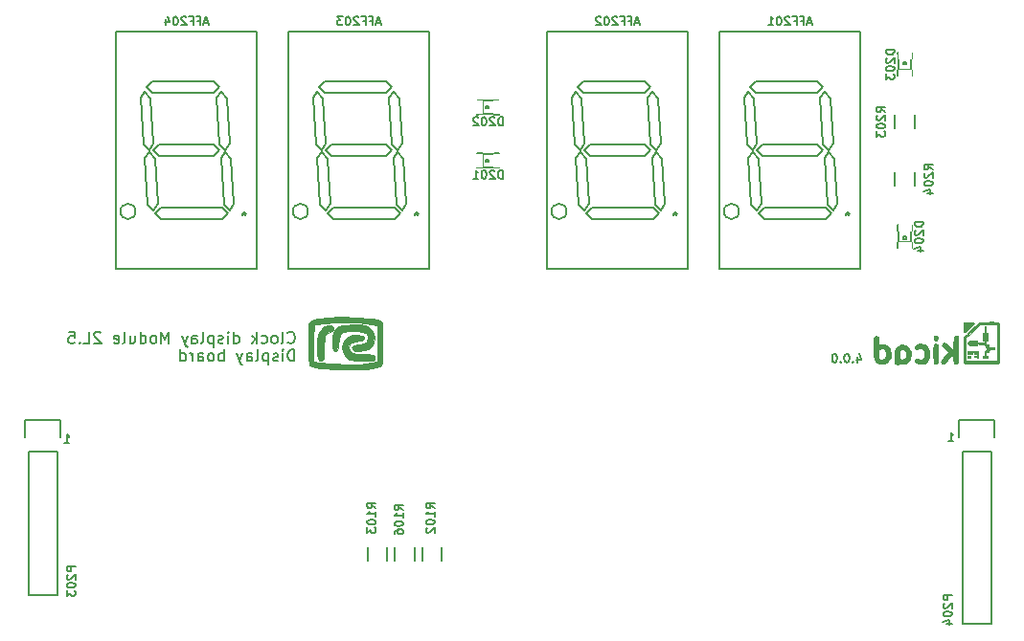
<source format=gbo>
G04 #@! TF.FileFunction,Legend,Bot*
%FSLAX46Y46*%
G04 Gerber Fmt 4.6, Leading zero omitted, Abs format (unit mm)*
G04 Created by KiCad (PCBNEW 4.0.0-2.201512072331+6194~38~ubuntu14.04.1-stable) date Sun 31 Jul 2016 10:30:43 AM CEST*
%MOMM*%
G01*
G04 APERTURE LIST*
%ADD10C,0.100000*%
%ADD11C,0.127000*%
%ADD12C,0.152400*%
%ADD13C,0.150000*%
%ADD14R,1.198880X1.198880*%
%ADD15R,2.032000X1.727200*%
%ADD16O,2.032000X1.727200*%
%ADD17R,1.300000X1.500000*%
%ADD18R,1.727200X1.727200*%
%ADD19O,1.727200X1.727200*%
%ADD20R,1.300000X0.700000*%
%ADD21C,0.609600*%
%ADD22R,1.500000X1.500000*%
%ADD23C,1.500000*%
%ADD24C,1.524000*%
%ADD25R,1.727200X2.032000*%
%ADD26O,1.727200X2.032000*%
G04 APERTURE END LIST*
D10*
D11*
X191389000Y-74131714D02*
X191389000Y-74639714D01*
X191570429Y-73841429D02*
X191751857Y-74385714D01*
X191280143Y-74385714D01*
X190989857Y-74567143D02*
X190953572Y-74603429D01*
X190989857Y-74639714D01*
X191026143Y-74603429D01*
X190989857Y-74567143D01*
X190989857Y-74639714D01*
X190481858Y-73877714D02*
X190409286Y-73877714D01*
X190336715Y-73914000D01*
X190300429Y-73950286D01*
X190264143Y-74022857D01*
X190227858Y-74168000D01*
X190227858Y-74349429D01*
X190264143Y-74494571D01*
X190300429Y-74567143D01*
X190336715Y-74603429D01*
X190409286Y-74639714D01*
X190481858Y-74639714D01*
X190554429Y-74603429D01*
X190590715Y-74567143D01*
X190627000Y-74494571D01*
X190663286Y-74349429D01*
X190663286Y-74168000D01*
X190627000Y-74022857D01*
X190590715Y-73950286D01*
X190554429Y-73914000D01*
X190481858Y-73877714D01*
X189901286Y-74567143D02*
X189865001Y-74603429D01*
X189901286Y-74639714D01*
X189937572Y-74603429D01*
X189901286Y-74567143D01*
X189901286Y-74639714D01*
X189393287Y-73877714D02*
X189320715Y-73877714D01*
X189248144Y-73914000D01*
X189211858Y-73950286D01*
X189175572Y-74022857D01*
X189139287Y-74168000D01*
X189139287Y-74349429D01*
X189175572Y-74494571D01*
X189211858Y-74567143D01*
X189248144Y-74603429D01*
X189320715Y-74639714D01*
X189393287Y-74639714D01*
X189465858Y-74603429D01*
X189502144Y-74567143D01*
X189538429Y-74494571D01*
X189574715Y-74349429D01*
X189574715Y-74168000D01*
X189538429Y-74022857D01*
X189502144Y-73950286D01*
X189465858Y-73914000D01*
X189393287Y-73877714D01*
X121295886Y-81777114D02*
X121731314Y-81777114D01*
X121513600Y-81777114D02*
X121513600Y-81015114D01*
X121586171Y-81123971D01*
X121658743Y-81196543D01*
X121731314Y-81232829D01*
X199426286Y-81624714D02*
X199861714Y-81624714D01*
X199644000Y-81624714D02*
X199644000Y-80862714D01*
X199716571Y-80971571D01*
X199789143Y-81044143D01*
X199861714Y-81080429D01*
D12*
X141036524Y-72854457D02*
X141084905Y-72902838D01*
X141230048Y-72951219D01*
X141326810Y-72951219D01*
X141471952Y-72902838D01*
X141568714Y-72806076D01*
X141617095Y-72709314D01*
X141665476Y-72515790D01*
X141665476Y-72370648D01*
X141617095Y-72177124D01*
X141568714Y-72080362D01*
X141471952Y-71983600D01*
X141326810Y-71935219D01*
X141230048Y-71935219D01*
X141084905Y-71983600D01*
X141036524Y-72031981D01*
X140455952Y-72951219D02*
X140552714Y-72902838D01*
X140601095Y-72806076D01*
X140601095Y-71935219D01*
X139923762Y-72951219D02*
X140020524Y-72902838D01*
X140068905Y-72854457D01*
X140117286Y-72757695D01*
X140117286Y-72467410D01*
X140068905Y-72370648D01*
X140020524Y-72322267D01*
X139923762Y-72273886D01*
X139778620Y-72273886D01*
X139681858Y-72322267D01*
X139633477Y-72370648D01*
X139585096Y-72467410D01*
X139585096Y-72757695D01*
X139633477Y-72854457D01*
X139681858Y-72902838D01*
X139778620Y-72951219D01*
X139923762Y-72951219D01*
X138714239Y-72902838D02*
X138811001Y-72951219D01*
X139004524Y-72951219D01*
X139101286Y-72902838D01*
X139149667Y-72854457D01*
X139198048Y-72757695D01*
X139198048Y-72467410D01*
X139149667Y-72370648D01*
X139101286Y-72322267D01*
X139004524Y-72273886D01*
X138811001Y-72273886D01*
X138714239Y-72322267D01*
X138278810Y-72951219D02*
X138278810Y-71935219D01*
X138182048Y-72564171D02*
X137891763Y-72951219D01*
X137891763Y-72273886D02*
X138278810Y-72660933D01*
X136246811Y-72951219D02*
X136246811Y-71935219D01*
X136246811Y-72902838D02*
X136343573Y-72951219D01*
X136537096Y-72951219D01*
X136633858Y-72902838D01*
X136682239Y-72854457D01*
X136730620Y-72757695D01*
X136730620Y-72467410D01*
X136682239Y-72370648D01*
X136633858Y-72322267D01*
X136537096Y-72273886D01*
X136343573Y-72273886D01*
X136246811Y-72322267D01*
X135763001Y-72951219D02*
X135763001Y-72273886D01*
X135763001Y-71935219D02*
X135811382Y-71983600D01*
X135763001Y-72031981D01*
X135714620Y-71983600D01*
X135763001Y-71935219D01*
X135763001Y-72031981D01*
X135327572Y-72902838D02*
X135230810Y-72951219D01*
X135037286Y-72951219D01*
X134940525Y-72902838D01*
X134892144Y-72806076D01*
X134892144Y-72757695D01*
X134940525Y-72660933D01*
X135037286Y-72612552D01*
X135182429Y-72612552D01*
X135279191Y-72564171D01*
X135327572Y-72467410D01*
X135327572Y-72419029D01*
X135279191Y-72322267D01*
X135182429Y-72273886D01*
X135037286Y-72273886D01*
X134940525Y-72322267D01*
X134456715Y-72273886D02*
X134456715Y-73289886D01*
X134456715Y-72322267D02*
X134359953Y-72273886D01*
X134166430Y-72273886D01*
X134069668Y-72322267D01*
X134021287Y-72370648D01*
X133972906Y-72467410D01*
X133972906Y-72757695D01*
X134021287Y-72854457D01*
X134069668Y-72902838D01*
X134166430Y-72951219D01*
X134359953Y-72951219D01*
X134456715Y-72902838D01*
X133392334Y-72951219D02*
X133489096Y-72902838D01*
X133537477Y-72806076D01*
X133537477Y-71935219D01*
X132569859Y-72951219D02*
X132569859Y-72419029D01*
X132618240Y-72322267D01*
X132715002Y-72273886D01*
X132908525Y-72273886D01*
X133005287Y-72322267D01*
X132569859Y-72902838D02*
X132666621Y-72951219D01*
X132908525Y-72951219D01*
X133005287Y-72902838D01*
X133053668Y-72806076D01*
X133053668Y-72709314D01*
X133005287Y-72612552D01*
X132908525Y-72564171D01*
X132666621Y-72564171D01*
X132569859Y-72515790D01*
X132182811Y-72273886D02*
X131940906Y-72951219D01*
X131699002Y-72273886D02*
X131940906Y-72951219D01*
X132037668Y-73193124D01*
X132086049Y-73241505D01*
X132182811Y-73289886D01*
X130537859Y-72951219D02*
X130537859Y-71935219D01*
X130199193Y-72660933D01*
X129860526Y-71935219D01*
X129860526Y-72951219D01*
X129231573Y-72951219D02*
X129328335Y-72902838D01*
X129376716Y-72854457D01*
X129425097Y-72757695D01*
X129425097Y-72467410D01*
X129376716Y-72370648D01*
X129328335Y-72322267D01*
X129231573Y-72273886D01*
X129086431Y-72273886D01*
X128989669Y-72322267D01*
X128941288Y-72370648D01*
X128892907Y-72467410D01*
X128892907Y-72757695D01*
X128941288Y-72854457D01*
X128989669Y-72902838D01*
X129086431Y-72951219D01*
X129231573Y-72951219D01*
X128022050Y-72951219D02*
X128022050Y-71935219D01*
X128022050Y-72902838D02*
X128118812Y-72951219D01*
X128312335Y-72951219D01*
X128409097Y-72902838D01*
X128457478Y-72854457D01*
X128505859Y-72757695D01*
X128505859Y-72467410D01*
X128457478Y-72370648D01*
X128409097Y-72322267D01*
X128312335Y-72273886D01*
X128118812Y-72273886D01*
X128022050Y-72322267D01*
X127102812Y-72273886D02*
X127102812Y-72951219D01*
X127538240Y-72273886D02*
X127538240Y-72806076D01*
X127489859Y-72902838D01*
X127393097Y-72951219D01*
X127247955Y-72951219D01*
X127151193Y-72902838D01*
X127102812Y-72854457D01*
X126473859Y-72951219D02*
X126570621Y-72902838D01*
X126619002Y-72806076D01*
X126619002Y-71935219D01*
X125699765Y-72902838D02*
X125796527Y-72951219D01*
X125990050Y-72951219D01*
X126086812Y-72902838D01*
X126135193Y-72806076D01*
X126135193Y-72419029D01*
X126086812Y-72322267D01*
X125990050Y-72273886D01*
X125796527Y-72273886D01*
X125699765Y-72322267D01*
X125651384Y-72419029D01*
X125651384Y-72515790D01*
X126135193Y-72612552D01*
X124490241Y-72031981D02*
X124441860Y-71983600D01*
X124345098Y-71935219D01*
X124103194Y-71935219D01*
X124006432Y-71983600D01*
X123958051Y-72031981D01*
X123909670Y-72128743D01*
X123909670Y-72225505D01*
X123958051Y-72370648D01*
X124538622Y-72951219D01*
X123909670Y-72951219D01*
X122990432Y-72951219D02*
X123474241Y-72951219D01*
X123474241Y-71935219D01*
X122651765Y-72854457D02*
X122603384Y-72902838D01*
X122651765Y-72951219D01*
X122700146Y-72902838D01*
X122651765Y-72854457D01*
X122651765Y-72951219D01*
X121684146Y-71935219D02*
X122167955Y-71935219D01*
X122216336Y-72419029D01*
X122167955Y-72370648D01*
X122071193Y-72322267D01*
X121829289Y-72322267D01*
X121732527Y-72370648D01*
X121684146Y-72419029D01*
X121635765Y-72515790D01*
X121635765Y-72757695D01*
X121684146Y-72854457D01*
X121732527Y-72902838D01*
X121829289Y-72951219D01*
X122071193Y-72951219D01*
X122167955Y-72902838D01*
X122216336Y-72854457D01*
X141617095Y-74526019D02*
X141617095Y-73510019D01*
X141375190Y-73510019D01*
X141230048Y-73558400D01*
X141133286Y-73655162D01*
X141084905Y-73751924D01*
X141036524Y-73945448D01*
X141036524Y-74090590D01*
X141084905Y-74284114D01*
X141133286Y-74380876D01*
X141230048Y-74477638D01*
X141375190Y-74526019D01*
X141617095Y-74526019D01*
X140601095Y-74526019D02*
X140601095Y-73848686D01*
X140601095Y-73510019D02*
X140649476Y-73558400D01*
X140601095Y-73606781D01*
X140552714Y-73558400D01*
X140601095Y-73510019D01*
X140601095Y-73606781D01*
X140165666Y-74477638D02*
X140068904Y-74526019D01*
X139875380Y-74526019D01*
X139778619Y-74477638D01*
X139730238Y-74380876D01*
X139730238Y-74332495D01*
X139778619Y-74235733D01*
X139875380Y-74187352D01*
X140020523Y-74187352D01*
X140117285Y-74138971D01*
X140165666Y-74042210D01*
X140165666Y-73993829D01*
X140117285Y-73897067D01*
X140020523Y-73848686D01*
X139875380Y-73848686D01*
X139778619Y-73897067D01*
X139294809Y-73848686D02*
X139294809Y-74864686D01*
X139294809Y-73897067D02*
X139198047Y-73848686D01*
X139004524Y-73848686D01*
X138907762Y-73897067D01*
X138859381Y-73945448D01*
X138811000Y-74042210D01*
X138811000Y-74332495D01*
X138859381Y-74429257D01*
X138907762Y-74477638D01*
X139004524Y-74526019D01*
X139198047Y-74526019D01*
X139294809Y-74477638D01*
X138230428Y-74526019D02*
X138327190Y-74477638D01*
X138375571Y-74380876D01*
X138375571Y-73510019D01*
X137407953Y-74526019D02*
X137407953Y-73993829D01*
X137456334Y-73897067D01*
X137553096Y-73848686D01*
X137746619Y-73848686D01*
X137843381Y-73897067D01*
X137407953Y-74477638D02*
X137504715Y-74526019D01*
X137746619Y-74526019D01*
X137843381Y-74477638D01*
X137891762Y-74380876D01*
X137891762Y-74284114D01*
X137843381Y-74187352D01*
X137746619Y-74138971D01*
X137504715Y-74138971D01*
X137407953Y-74090590D01*
X137020905Y-73848686D02*
X136779000Y-74526019D01*
X136537096Y-73848686D02*
X136779000Y-74526019D01*
X136875762Y-74767924D01*
X136924143Y-74816305D01*
X137020905Y-74864686D01*
X135375953Y-74526019D02*
X135375953Y-73510019D01*
X135375953Y-73897067D02*
X135279191Y-73848686D01*
X135085668Y-73848686D01*
X134988906Y-73897067D01*
X134940525Y-73945448D01*
X134892144Y-74042210D01*
X134892144Y-74332495D01*
X134940525Y-74429257D01*
X134988906Y-74477638D01*
X135085668Y-74526019D01*
X135279191Y-74526019D01*
X135375953Y-74477638D01*
X134311572Y-74526019D02*
X134408334Y-74477638D01*
X134456715Y-74429257D01*
X134505096Y-74332495D01*
X134505096Y-74042210D01*
X134456715Y-73945448D01*
X134408334Y-73897067D01*
X134311572Y-73848686D01*
X134166430Y-73848686D01*
X134069668Y-73897067D01*
X134021287Y-73945448D01*
X133972906Y-74042210D01*
X133972906Y-74332495D01*
X134021287Y-74429257D01*
X134069668Y-74477638D01*
X134166430Y-74526019D01*
X134311572Y-74526019D01*
X133102049Y-74526019D02*
X133102049Y-73993829D01*
X133150430Y-73897067D01*
X133247192Y-73848686D01*
X133440715Y-73848686D01*
X133537477Y-73897067D01*
X133102049Y-74477638D02*
X133198811Y-74526019D01*
X133440715Y-74526019D01*
X133537477Y-74477638D01*
X133585858Y-74380876D01*
X133585858Y-74284114D01*
X133537477Y-74187352D01*
X133440715Y-74138971D01*
X133198811Y-74138971D01*
X133102049Y-74090590D01*
X132618239Y-74526019D02*
X132618239Y-73848686D01*
X132618239Y-74042210D02*
X132569858Y-73945448D01*
X132521477Y-73897067D01*
X132424715Y-73848686D01*
X132327954Y-73848686D01*
X131553859Y-74526019D02*
X131553859Y-73510019D01*
X131553859Y-74477638D02*
X131650621Y-74526019D01*
X131844144Y-74526019D01*
X131940906Y-74477638D01*
X131989287Y-74429257D01*
X132037668Y-74332495D01*
X132037668Y-74042210D01*
X131989287Y-73945448D01*
X131940906Y-73897067D01*
X131844144Y-73848686D01*
X131650621Y-73848686D01*
X131553859Y-73897067D01*
D13*
X158252160Y-56469280D02*
X158252160Y-56144160D01*
X158252160Y-56144160D02*
X157751780Y-56144160D01*
X157751780Y-56469280D02*
X157751780Y-56144160D01*
X158252160Y-56469280D02*
X157751780Y-56469280D01*
X158252160Y-57091580D02*
X158252160Y-56941720D01*
X158252160Y-56941720D02*
X158000700Y-56941720D01*
X158000700Y-57091580D02*
X158000700Y-56941720D01*
X158252160Y-57091580D02*
X158000700Y-57091580D01*
X158252160Y-56596280D02*
X158252160Y-56446420D01*
X158252160Y-56446420D02*
X158000700Y-56446420D01*
X158000700Y-56596280D02*
X158000700Y-56446420D01*
X158252160Y-56596280D02*
X158000700Y-56596280D01*
X158252160Y-56967120D02*
X158252160Y-56570880D01*
X158252160Y-56570880D02*
X158076900Y-56570880D01*
X158076900Y-56967120D02*
X158076900Y-56570880D01*
X158252160Y-56967120D02*
X158076900Y-56967120D01*
X159748220Y-56469280D02*
X159748220Y-56144160D01*
X159748220Y-56144160D02*
X159247840Y-56144160D01*
X159247840Y-56469280D02*
X159247840Y-56144160D01*
X159748220Y-56469280D02*
X159247840Y-56469280D01*
X159748220Y-57393840D02*
X159748220Y-57068720D01*
X159748220Y-57068720D02*
X159247840Y-57068720D01*
X159247840Y-57393840D02*
X159247840Y-57068720D01*
X159748220Y-57393840D02*
X159247840Y-57393840D01*
X159499300Y-56596280D02*
X159499300Y-56446420D01*
X159499300Y-56446420D02*
X159247840Y-56446420D01*
X159247840Y-56596280D02*
X159247840Y-56446420D01*
X159499300Y-56596280D02*
X159247840Y-56596280D01*
X159499300Y-57091580D02*
X159499300Y-56941720D01*
X159499300Y-56941720D02*
X159247840Y-56941720D01*
X159247840Y-57091580D02*
X159247840Y-56941720D01*
X159499300Y-57091580D02*
X159247840Y-57091580D01*
X159423100Y-56967120D02*
X159423100Y-56570880D01*
X159423100Y-56570880D02*
X159247840Y-56570880D01*
X159247840Y-56967120D02*
X159247840Y-56570880D01*
X159423100Y-56967120D02*
X159247840Y-56967120D01*
X158750000Y-56868060D02*
X158750000Y-56669940D01*
X158750000Y-56669940D02*
X158551880Y-56669940D01*
X158551880Y-56868060D02*
X158551880Y-56669940D01*
X158750000Y-56868060D02*
X158551880Y-56868060D01*
X158252160Y-57368440D02*
X158252160Y-57068720D01*
X158252160Y-57068720D02*
X157952440Y-57068720D01*
X157952440Y-57368440D02*
X157952440Y-57068720D01*
X158252160Y-57368440D02*
X157952440Y-57368440D01*
X157825440Y-57393840D02*
X157825440Y-57167780D01*
X157825440Y-57167780D02*
X157751780Y-57167780D01*
X157751780Y-57393840D02*
X157751780Y-57167780D01*
X157825440Y-57393840D02*
X157751780Y-57393840D01*
X158226760Y-56194960D02*
X159273240Y-56194960D01*
X159247840Y-57343040D02*
X157825440Y-57343040D01*
X157973482Y-57218580D02*
G75*
G03X157973482Y-57218580I-71842J0D01*
G01*
X157751780Y-57116980D02*
G75*
G03X157751780Y-56421020I0J347980D01*
G01*
X159748220Y-56421020D02*
G75*
G03X159748220Y-57116980I0J-347980D01*
G01*
X158252160Y-51770280D02*
X158252160Y-51445160D01*
X158252160Y-51445160D02*
X157751780Y-51445160D01*
X157751780Y-51770280D02*
X157751780Y-51445160D01*
X158252160Y-51770280D02*
X157751780Y-51770280D01*
X158252160Y-52392580D02*
X158252160Y-52242720D01*
X158252160Y-52242720D02*
X158000700Y-52242720D01*
X158000700Y-52392580D02*
X158000700Y-52242720D01*
X158252160Y-52392580D02*
X158000700Y-52392580D01*
X158252160Y-51897280D02*
X158252160Y-51747420D01*
X158252160Y-51747420D02*
X158000700Y-51747420D01*
X158000700Y-51897280D02*
X158000700Y-51747420D01*
X158252160Y-51897280D02*
X158000700Y-51897280D01*
X158252160Y-52268120D02*
X158252160Y-51871880D01*
X158252160Y-51871880D02*
X158076900Y-51871880D01*
X158076900Y-52268120D02*
X158076900Y-51871880D01*
X158252160Y-52268120D02*
X158076900Y-52268120D01*
X159748220Y-51770280D02*
X159748220Y-51445160D01*
X159748220Y-51445160D02*
X159247840Y-51445160D01*
X159247840Y-51770280D02*
X159247840Y-51445160D01*
X159748220Y-51770280D02*
X159247840Y-51770280D01*
X159748220Y-52694840D02*
X159748220Y-52369720D01*
X159748220Y-52369720D02*
X159247840Y-52369720D01*
X159247840Y-52694840D02*
X159247840Y-52369720D01*
X159748220Y-52694840D02*
X159247840Y-52694840D01*
X159499300Y-51897280D02*
X159499300Y-51747420D01*
X159499300Y-51747420D02*
X159247840Y-51747420D01*
X159247840Y-51897280D02*
X159247840Y-51747420D01*
X159499300Y-51897280D02*
X159247840Y-51897280D01*
X159499300Y-52392580D02*
X159499300Y-52242720D01*
X159499300Y-52242720D02*
X159247840Y-52242720D01*
X159247840Y-52392580D02*
X159247840Y-52242720D01*
X159499300Y-52392580D02*
X159247840Y-52392580D01*
X159423100Y-52268120D02*
X159423100Y-51871880D01*
X159423100Y-51871880D02*
X159247840Y-51871880D01*
X159247840Y-52268120D02*
X159247840Y-51871880D01*
X159423100Y-52268120D02*
X159247840Y-52268120D01*
X158750000Y-52169060D02*
X158750000Y-51970940D01*
X158750000Y-51970940D02*
X158551880Y-51970940D01*
X158551880Y-52169060D02*
X158551880Y-51970940D01*
X158750000Y-52169060D02*
X158551880Y-52169060D01*
X158252160Y-52669440D02*
X158252160Y-52369720D01*
X158252160Y-52369720D02*
X157952440Y-52369720D01*
X157952440Y-52669440D02*
X157952440Y-52369720D01*
X158252160Y-52669440D02*
X157952440Y-52669440D01*
X157825440Y-52694840D02*
X157825440Y-52468780D01*
X157825440Y-52468780D02*
X157751780Y-52468780D01*
X157751780Y-52694840D02*
X157751780Y-52468780D01*
X157825440Y-52694840D02*
X157751780Y-52694840D01*
X158226760Y-51495960D02*
X159273240Y-51495960D01*
X159247840Y-52644040D02*
X157825440Y-52644040D01*
X157973482Y-52519580D02*
G75*
G03X157973482Y-52519580I-71842J0D01*
G01*
X157751780Y-52417980D02*
G75*
G03X157751780Y-51722020I0J347980D01*
G01*
X159748220Y-51722020D02*
G75*
G03X159748220Y-52417980I0J-347980D01*
G01*
X195879720Y-47762160D02*
X196204840Y-47762160D01*
X196204840Y-47762160D02*
X196204840Y-47261780D01*
X195879720Y-47261780D02*
X196204840Y-47261780D01*
X195879720Y-47762160D02*
X195879720Y-47261780D01*
X195257420Y-47762160D02*
X195407280Y-47762160D01*
X195407280Y-47762160D02*
X195407280Y-47510700D01*
X195257420Y-47510700D02*
X195407280Y-47510700D01*
X195257420Y-47762160D02*
X195257420Y-47510700D01*
X195752720Y-47762160D02*
X195902580Y-47762160D01*
X195902580Y-47762160D02*
X195902580Y-47510700D01*
X195752720Y-47510700D02*
X195902580Y-47510700D01*
X195752720Y-47762160D02*
X195752720Y-47510700D01*
X195381880Y-47762160D02*
X195778120Y-47762160D01*
X195778120Y-47762160D02*
X195778120Y-47586900D01*
X195381880Y-47586900D02*
X195778120Y-47586900D01*
X195381880Y-47762160D02*
X195381880Y-47586900D01*
X195879720Y-49258220D02*
X196204840Y-49258220D01*
X196204840Y-49258220D02*
X196204840Y-48757840D01*
X195879720Y-48757840D02*
X196204840Y-48757840D01*
X195879720Y-49258220D02*
X195879720Y-48757840D01*
X194955160Y-49258220D02*
X195280280Y-49258220D01*
X195280280Y-49258220D02*
X195280280Y-48757840D01*
X194955160Y-48757840D02*
X195280280Y-48757840D01*
X194955160Y-49258220D02*
X194955160Y-48757840D01*
X195752720Y-49009300D02*
X195902580Y-49009300D01*
X195902580Y-49009300D02*
X195902580Y-48757840D01*
X195752720Y-48757840D02*
X195902580Y-48757840D01*
X195752720Y-49009300D02*
X195752720Y-48757840D01*
X195257420Y-49009300D02*
X195407280Y-49009300D01*
X195407280Y-49009300D02*
X195407280Y-48757840D01*
X195257420Y-48757840D02*
X195407280Y-48757840D01*
X195257420Y-49009300D02*
X195257420Y-48757840D01*
X195381880Y-48933100D02*
X195778120Y-48933100D01*
X195778120Y-48933100D02*
X195778120Y-48757840D01*
X195381880Y-48757840D02*
X195778120Y-48757840D01*
X195381880Y-48933100D02*
X195381880Y-48757840D01*
X195480940Y-48260000D02*
X195679060Y-48260000D01*
X195679060Y-48260000D02*
X195679060Y-48061880D01*
X195480940Y-48061880D02*
X195679060Y-48061880D01*
X195480940Y-48260000D02*
X195480940Y-48061880D01*
X194980560Y-47762160D02*
X195280280Y-47762160D01*
X195280280Y-47762160D02*
X195280280Y-47462440D01*
X194980560Y-47462440D02*
X195280280Y-47462440D01*
X194980560Y-47762160D02*
X194980560Y-47462440D01*
X194955160Y-47335440D02*
X195181220Y-47335440D01*
X195181220Y-47335440D02*
X195181220Y-47261780D01*
X194955160Y-47261780D02*
X195181220Y-47261780D01*
X194955160Y-47335440D02*
X194955160Y-47261780D01*
X196154040Y-47736760D02*
X196154040Y-48783240D01*
X195005960Y-48757840D02*
X195005960Y-47335440D01*
X195202262Y-47411640D02*
G75*
G03X195202262Y-47411640I-71842J0D01*
G01*
X195232020Y-47261780D02*
G75*
G03X195927980Y-47261780I347980J0D01*
G01*
X195927980Y-49258220D02*
G75*
G03X195232020Y-49258220I-347980J0D01*
G01*
X195280280Y-63997840D02*
X194955160Y-63997840D01*
X194955160Y-63997840D02*
X194955160Y-64498220D01*
X195280280Y-64498220D02*
X194955160Y-64498220D01*
X195280280Y-63997840D02*
X195280280Y-64498220D01*
X195902580Y-63997840D02*
X195752720Y-63997840D01*
X195752720Y-63997840D02*
X195752720Y-64249300D01*
X195902580Y-64249300D02*
X195752720Y-64249300D01*
X195902580Y-63997840D02*
X195902580Y-64249300D01*
X195407280Y-63997840D02*
X195257420Y-63997840D01*
X195257420Y-63997840D02*
X195257420Y-64249300D01*
X195407280Y-64249300D02*
X195257420Y-64249300D01*
X195407280Y-63997840D02*
X195407280Y-64249300D01*
X195778120Y-63997840D02*
X195381880Y-63997840D01*
X195381880Y-63997840D02*
X195381880Y-64173100D01*
X195778120Y-64173100D02*
X195381880Y-64173100D01*
X195778120Y-63997840D02*
X195778120Y-64173100D01*
X195280280Y-62501780D02*
X194955160Y-62501780D01*
X194955160Y-62501780D02*
X194955160Y-63002160D01*
X195280280Y-63002160D02*
X194955160Y-63002160D01*
X195280280Y-62501780D02*
X195280280Y-63002160D01*
X196204840Y-62501780D02*
X195879720Y-62501780D01*
X195879720Y-62501780D02*
X195879720Y-63002160D01*
X196204840Y-63002160D02*
X195879720Y-63002160D01*
X196204840Y-62501780D02*
X196204840Y-63002160D01*
X195407280Y-62750700D02*
X195257420Y-62750700D01*
X195257420Y-62750700D02*
X195257420Y-63002160D01*
X195407280Y-63002160D02*
X195257420Y-63002160D01*
X195407280Y-62750700D02*
X195407280Y-63002160D01*
X195902580Y-62750700D02*
X195752720Y-62750700D01*
X195752720Y-62750700D02*
X195752720Y-63002160D01*
X195902580Y-63002160D02*
X195752720Y-63002160D01*
X195902580Y-62750700D02*
X195902580Y-63002160D01*
X195778120Y-62826900D02*
X195381880Y-62826900D01*
X195381880Y-62826900D02*
X195381880Y-63002160D01*
X195778120Y-63002160D02*
X195381880Y-63002160D01*
X195778120Y-62826900D02*
X195778120Y-63002160D01*
X195679060Y-63500000D02*
X195480940Y-63500000D01*
X195480940Y-63500000D02*
X195480940Y-63698120D01*
X195679060Y-63698120D02*
X195480940Y-63698120D01*
X195679060Y-63500000D02*
X195679060Y-63698120D01*
X196179440Y-63997840D02*
X195879720Y-63997840D01*
X195879720Y-63997840D02*
X195879720Y-64297560D01*
X196179440Y-64297560D02*
X195879720Y-64297560D01*
X196179440Y-63997840D02*
X196179440Y-64297560D01*
X196204840Y-64424560D02*
X195978780Y-64424560D01*
X195978780Y-64424560D02*
X195978780Y-64498220D01*
X196204840Y-64498220D02*
X195978780Y-64498220D01*
X196204840Y-64424560D02*
X196204840Y-64498220D01*
X195005960Y-64023240D02*
X195005960Y-62976760D01*
X196154040Y-63002160D02*
X196154040Y-64424560D01*
X196101422Y-64348360D02*
G75*
G03X196101422Y-64348360I-71842J0D01*
G01*
X195927980Y-64498220D02*
G75*
G03X195232020Y-64498220I-347980J0D01*
G01*
X195232020Y-62501780D02*
G75*
G03X195927980Y-62501780I347980J0D01*
G01*
X118110000Y-82550000D02*
X118110000Y-95250000D01*
X118110000Y-95250000D02*
X120650000Y-95250000D01*
X120650000Y-95250000D02*
X120650000Y-82550000D01*
X117830000Y-79730000D02*
X117830000Y-81280000D01*
X118110000Y-82550000D02*
X120650000Y-82550000D01*
X120930000Y-81280000D02*
X120930000Y-79730000D01*
X120930000Y-79730000D02*
X117830000Y-79730000D01*
X200660000Y-82550000D02*
X200660000Y-97790000D01*
X200660000Y-97790000D02*
X203200000Y-97790000D01*
X203200000Y-97790000D02*
X203200000Y-82550000D01*
X200380000Y-79730000D02*
X200380000Y-81280000D01*
X200660000Y-82550000D02*
X203200000Y-82550000D01*
X203480000Y-81280000D02*
X203480000Y-79730000D01*
X203480000Y-79730000D02*
X200380000Y-79730000D01*
X196455000Y-53940000D02*
X196455000Y-52740000D01*
X194705000Y-52740000D02*
X194705000Y-53940000D01*
X194705000Y-57820000D02*
X194705000Y-59020000D01*
X196455000Y-59020000D02*
X196455000Y-57820000D01*
D10*
G36*
X194672102Y-74057053D02*
X194673542Y-74247921D01*
X194673666Y-74256623D01*
X194680417Y-74722070D01*
X194739805Y-74773118D01*
X194819749Y-74817807D01*
X194903288Y-74821865D01*
X194983209Y-74785589D01*
X195010515Y-74761908D01*
X195052312Y-74723367D01*
X195072000Y-74715766D01*
X195072000Y-73936792D01*
X195078662Y-73791606D01*
X195099994Y-73680007D01*
X195138015Y-73595181D01*
X195191671Y-73532982D01*
X195278076Y-73482882D01*
X195375272Y-73467518D01*
X195473077Y-73484853D01*
X195561306Y-73532852D01*
X195629776Y-73609479D01*
X195637014Y-73622022D01*
X195659878Y-73690736D01*
X195673680Y-73787279D01*
X195678541Y-73898657D01*
X195674577Y-74011874D01*
X195661908Y-74113938D01*
X195640651Y-74191855D01*
X195631651Y-74210261D01*
X195560658Y-74298490D01*
X195473798Y-74355675D01*
X195379057Y-74379873D01*
X195284419Y-74369136D01*
X195197871Y-74321519D01*
X195192808Y-74317183D01*
X195134022Y-74248541D01*
X195095935Y-74160453D01*
X195076190Y-74045495D01*
X195072000Y-73936792D01*
X195072000Y-74715766D01*
X195083755Y-74711229D01*
X195123544Y-74721107D01*
X195145790Y-74730158D01*
X195206355Y-74746161D01*
X195291227Y-74757109D01*
X195372945Y-74760649D01*
X195471674Y-74756682D01*
X195550660Y-74741629D01*
X195632018Y-74710727D01*
X195655876Y-74699703D01*
X195803228Y-74610487D01*
X195918911Y-74496457D01*
X196003766Y-74356038D01*
X196058634Y-74187654D01*
X196084356Y-73989730D01*
X196086657Y-73892833D01*
X196075489Y-73721444D01*
X196040955Y-73574671D01*
X195979155Y-73439537D01*
X195925041Y-73355353D01*
X195816491Y-73235247D01*
X195688814Y-73148668D01*
X195548053Y-73095105D01*
X195400252Y-73074047D01*
X195251456Y-73084985D01*
X195107709Y-73127407D01*
X194975055Y-73200805D01*
X194859538Y-73304667D01*
X194767202Y-73438482D01*
X194759336Y-73453773D01*
X194730145Y-73520150D01*
X194707679Y-73592103D01*
X194691289Y-73675701D01*
X194680328Y-73777012D01*
X194674148Y-73902106D01*
X194672102Y-74057053D01*
X194672102Y-74057053D01*
X194672102Y-74057053D01*
G37*
X194672102Y-74057053D02*
X194673542Y-74247921D01*
X194673666Y-74256623D01*
X194680417Y-74722070D01*
X194739805Y-74773118D01*
X194819749Y-74817807D01*
X194903288Y-74821865D01*
X194983209Y-74785589D01*
X195010515Y-74761908D01*
X195052312Y-74723367D01*
X195072000Y-74715766D01*
X195072000Y-73936792D01*
X195078662Y-73791606D01*
X195099994Y-73680007D01*
X195138015Y-73595181D01*
X195191671Y-73532982D01*
X195278076Y-73482882D01*
X195375272Y-73467518D01*
X195473077Y-73484853D01*
X195561306Y-73532852D01*
X195629776Y-73609479D01*
X195637014Y-73622022D01*
X195659878Y-73690736D01*
X195673680Y-73787279D01*
X195678541Y-73898657D01*
X195674577Y-74011874D01*
X195661908Y-74113938D01*
X195640651Y-74191855D01*
X195631651Y-74210261D01*
X195560658Y-74298490D01*
X195473798Y-74355675D01*
X195379057Y-74379873D01*
X195284419Y-74369136D01*
X195197871Y-74321519D01*
X195192808Y-74317183D01*
X195134022Y-74248541D01*
X195095935Y-74160453D01*
X195076190Y-74045495D01*
X195072000Y-73936792D01*
X195072000Y-74715766D01*
X195083755Y-74711229D01*
X195123544Y-74721107D01*
X195145790Y-74730158D01*
X195206355Y-74746161D01*
X195291227Y-74757109D01*
X195372945Y-74760649D01*
X195471674Y-74756682D01*
X195550660Y-74741629D01*
X195632018Y-74710727D01*
X195655876Y-74699703D01*
X195803228Y-74610487D01*
X195918911Y-74496457D01*
X196003766Y-74356038D01*
X196058634Y-74187654D01*
X196084356Y-73989730D01*
X196086657Y-73892833D01*
X196075489Y-73721444D01*
X196040955Y-73574671D01*
X195979155Y-73439537D01*
X195925041Y-73355353D01*
X195816491Y-73235247D01*
X195688814Y-73148668D01*
X195548053Y-73095105D01*
X195400252Y-73074047D01*
X195251456Y-73084985D01*
X195107709Y-73127407D01*
X194975055Y-73200805D01*
X194859538Y-73304667D01*
X194767202Y-73438482D01*
X194759336Y-73453773D01*
X194730145Y-73520150D01*
X194707679Y-73592103D01*
X194691289Y-73675701D01*
X194680328Y-73777012D01*
X194674148Y-73902106D01*
X194672102Y-74057053D01*
X194672102Y-74057053D01*
G36*
X198776167Y-74570302D02*
X198793683Y-74635936D01*
X198837903Y-74701875D01*
X198896333Y-74752436D01*
X198934676Y-74769298D01*
X198978046Y-74775501D01*
X199020326Y-74769163D01*
X199065385Y-74746898D01*
X199117092Y-74705318D01*
X199179314Y-74641039D01*
X199255919Y-74550672D01*
X199350775Y-74430832D01*
X199411733Y-74351646D01*
X199495494Y-74243383D01*
X199571545Y-74147418D01*
X199635903Y-74068586D01*
X199684586Y-74011723D01*
X199713613Y-73981667D01*
X199719223Y-73978175D01*
X199746255Y-73991907D01*
X199788268Y-74027310D01*
X199807317Y-74046291D01*
X199834405Y-74075797D01*
X199853010Y-74103237D01*
X199864989Y-74137218D01*
X199872197Y-74186349D01*
X199876491Y-74259235D01*
X199879728Y-74364483D01*
X199880261Y-74384488D01*
X199883689Y-74496405D01*
X199888029Y-74574319D01*
X199894855Y-74626555D01*
X199905743Y-74661438D01*
X199922269Y-74687293D01*
X199941471Y-74707936D01*
X200001364Y-74749484D01*
X200070128Y-74774084D01*
X200070857Y-74774204D01*
X200125524Y-74777095D01*
X200170577Y-74759866D01*
X200217886Y-74722367D01*
X200289583Y-74658305D01*
X200289583Y-73511563D01*
X200289583Y-72364820D01*
X200226083Y-72314015D01*
X200149342Y-72274831D01*
X200065382Y-72266543D01*
X199986349Y-72287228D01*
X199924388Y-72334963D01*
X199905286Y-72364811D01*
X199900311Y-72394772D01*
X199895092Y-72461194D01*
X199889899Y-72558209D01*
X199885001Y-72679948D01*
X199880667Y-72820543D01*
X199877166Y-72974124D01*
X199877050Y-72980296D01*
X199866250Y-73560010D01*
X199512302Y-73240140D01*
X199407204Y-73146683D01*
X199309634Y-73062769D01*
X199224876Y-72992718D01*
X199158212Y-72940848D01*
X199114925Y-72911476D01*
X199104433Y-72906737D01*
X199032473Y-72907128D01*
X198956909Y-72935020D01*
X198897536Y-72982636D01*
X198891740Y-72990293D01*
X198869972Y-73042557D01*
X198860834Y-73106588D01*
X198860833Y-73107014D01*
X198864187Y-73138684D01*
X198876670Y-73171884D01*
X198901913Y-73210725D01*
X198943551Y-73259318D01*
X199005214Y-73321775D01*
X199090536Y-73402207D01*
X199203149Y-73504727D01*
X199247213Y-73544370D01*
X199411343Y-73691750D01*
X199093755Y-74100968D01*
X198986428Y-74240602D01*
X198903950Y-74351193D01*
X198844004Y-74436163D01*
X198804273Y-74498938D01*
X198782440Y-74542941D01*
X198776167Y-74570302D01*
X198776167Y-74570302D01*
X198776167Y-74570302D01*
G37*
X198776167Y-74570302D02*
X198793683Y-74635936D01*
X198837903Y-74701875D01*
X198896333Y-74752436D01*
X198934676Y-74769298D01*
X198978046Y-74775501D01*
X199020326Y-74769163D01*
X199065385Y-74746898D01*
X199117092Y-74705318D01*
X199179314Y-74641039D01*
X199255919Y-74550672D01*
X199350775Y-74430832D01*
X199411733Y-74351646D01*
X199495494Y-74243383D01*
X199571545Y-74147418D01*
X199635903Y-74068586D01*
X199684586Y-74011723D01*
X199713613Y-73981667D01*
X199719223Y-73978175D01*
X199746255Y-73991907D01*
X199788268Y-74027310D01*
X199807317Y-74046291D01*
X199834405Y-74075797D01*
X199853010Y-74103237D01*
X199864989Y-74137218D01*
X199872197Y-74186349D01*
X199876491Y-74259235D01*
X199879728Y-74364483D01*
X199880261Y-74384488D01*
X199883689Y-74496405D01*
X199888029Y-74574319D01*
X199894855Y-74626555D01*
X199905743Y-74661438D01*
X199922269Y-74687293D01*
X199941471Y-74707936D01*
X200001364Y-74749484D01*
X200070128Y-74774084D01*
X200070857Y-74774204D01*
X200125524Y-74777095D01*
X200170577Y-74759866D01*
X200217886Y-74722367D01*
X200289583Y-74658305D01*
X200289583Y-73511563D01*
X200289583Y-72364820D01*
X200226083Y-72314015D01*
X200149342Y-72274831D01*
X200065382Y-72266543D01*
X199986349Y-72287228D01*
X199924388Y-72334963D01*
X199905286Y-72364811D01*
X199900311Y-72394772D01*
X199895092Y-72461194D01*
X199889899Y-72558209D01*
X199885001Y-72679948D01*
X199880667Y-72820543D01*
X199877166Y-72974124D01*
X199877050Y-72980296D01*
X199866250Y-73560010D01*
X199512302Y-73240140D01*
X199407204Y-73146683D01*
X199309634Y-73062769D01*
X199224876Y-72992718D01*
X199158212Y-72940848D01*
X199114925Y-72911476D01*
X199104433Y-72906737D01*
X199032473Y-72907128D01*
X198956909Y-72935020D01*
X198897536Y-72982636D01*
X198891740Y-72990293D01*
X198869972Y-73042557D01*
X198860834Y-73106588D01*
X198860833Y-73107014D01*
X198864187Y-73138684D01*
X198876670Y-73171884D01*
X198901913Y-73210725D01*
X198943551Y-73259318D01*
X199005214Y-73321775D01*
X199090536Y-73402207D01*
X199203149Y-73504727D01*
X199247213Y-73544370D01*
X199411343Y-73691750D01*
X199093755Y-74100968D01*
X198986428Y-74240602D01*
X198903950Y-74351193D01*
X198844004Y-74436163D01*
X198804273Y-74498938D01*
X198782440Y-74542941D01*
X198776167Y-74570302D01*
X198776167Y-74570302D01*
G36*
X198101091Y-73612501D02*
X198102091Y-73802914D01*
X198103100Y-73925904D01*
X198109417Y-74653926D01*
X198162333Y-74706783D01*
X198232265Y-74753763D01*
X198312414Y-74773583D01*
X198384583Y-74762624D01*
X198430419Y-74733277D01*
X198469250Y-74697468D01*
X198480491Y-74683231D01*
X198489603Y-74665133D01*
X198496856Y-74638789D01*
X198502516Y-74599816D01*
X198506852Y-74543828D01*
X198510131Y-74466441D01*
X198512621Y-74363271D01*
X198514591Y-74229933D01*
X198516308Y-74062042D01*
X198517634Y-73905476D01*
X198523684Y-73160511D01*
X198475300Y-73089095D01*
X198409420Y-73019663D01*
X198334202Y-72991233D01*
X198250723Y-73004147D01*
X198232585Y-73011981D01*
X198198405Y-73029741D01*
X198170494Y-73050023D01*
X198148262Y-73076992D01*
X198131120Y-73114813D01*
X198118477Y-73167653D01*
X198109743Y-73239676D01*
X198104327Y-73335048D01*
X198101640Y-73457934D01*
X198101091Y-73612501D01*
X198101091Y-73612501D01*
X198101091Y-73612501D01*
G37*
X198101091Y-73612501D02*
X198102091Y-73802914D01*
X198103100Y-73925904D01*
X198109417Y-74653926D01*
X198162333Y-74706783D01*
X198232265Y-74753763D01*
X198312414Y-74773583D01*
X198384583Y-74762624D01*
X198430419Y-74733277D01*
X198469250Y-74697468D01*
X198480491Y-74683231D01*
X198489603Y-74665133D01*
X198496856Y-74638789D01*
X198502516Y-74599816D01*
X198506852Y-74543828D01*
X198510131Y-74466441D01*
X198512621Y-74363271D01*
X198514591Y-74229933D01*
X198516308Y-74062042D01*
X198517634Y-73905476D01*
X198523684Y-73160511D01*
X198475300Y-73089095D01*
X198409420Y-73019663D01*
X198334202Y-72991233D01*
X198250723Y-73004147D01*
X198232585Y-73011981D01*
X198198405Y-73029741D01*
X198170494Y-73050023D01*
X198148262Y-73076992D01*
X198131120Y-73114813D01*
X198118477Y-73167653D01*
X198109743Y-73239676D01*
X198104327Y-73335048D01*
X198101640Y-73457934D01*
X198101091Y-73612501D01*
X198101091Y-73612501D01*
G36*
X196426667Y-74506577D02*
X196446625Y-74567699D01*
X196501687Y-74625341D01*
X196584635Y-74676951D01*
X196688247Y-74719978D01*
X196805306Y-74751871D01*
X196928592Y-74770079D01*
X197050886Y-74772052D01*
X197143990Y-74760053D01*
X197306292Y-74705410D01*
X197450192Y-74615608D01*
X197569907Y-74495873D01*
X197659656Y-74351425D01*
X197694292Y-74262894D01*
X197741850Y-74049995D01*
X197751994Y-73835987D01*
X197725095Y-73628234D01*
X197661518Y-73434100D01*
X197651765Y-73412752D01*
X197562372Y-73270766D01*
X197443468Y-73154462D01*
X197301466Y-73067127D01*
X197142778Y-73012046D01*
X196973816Y-72992507D01*
X196850500Y-73002114D01*
X196706527Y-73035485D01*
X196590403Y-73083047D01*
X196504595Y-73141865D01*
X196451570Y-73209002D01*
X196433797Y-73281522D01*
X196453742Y-73356489D01*
X196500649Y-73418406D01*
X196554670Y-73456000D01*
X196620484Y-73467277D01*
X196706225Y-73452490D01*
X196781436Y-73427155D01*
X196889681Y-73394137D01*
X196981437Y-73387083D01*
X197072876Y-73405021D01*
X197084967Y-73408932D01*
X197182563Y-73456604D01*
X197254488Y-73527768D01*
X197302742Y-73626277D01*
X197329323Y-73755985D01*
X197336369Y-73893640D01*
X197328299Y-74044483D01*
X197301808Y-74162124D01*
X197254643Y-74252484D01*
X197184551Y-74321485D01*
X197169662Y-74331870D01*
X197082874Y-74367984D01*
X196976091Y-74381059D01*
X196864969Y-74370884D01*
X196765333Y-74337333D01*
X196704057Y-74310838D01*
X196651799Y-74296088D01*
X196640173Y-74295000D01*
X196557195Y-74314228D01*
X196487154Y-74365082D01*
X196440392Y-74437313D01*
X196426667Y-74506577D01*
X196426667Y-74506577D01*
X196426667Y-74506577D01*
G37*
X196426667Y-74506577D02*
X196446625Y-74567699D01*
X196501687Y-74625341D01*
X196584635Y-74676951D01*
X196688247Y-74719978D01*
X196805306Y-74751871D01*
X196928592Y-74770079D01*
X197050886Y-74772052D01*
X197143990Y-74760053D01*
X197306292Y-74705410D01*
X197450192Y-74615608D01*
X197569907Y-74495873D01*
X197659656Y-74351425D01*
X197694292Y-74262894D01*
X197741850Y-74049995D01*
X197751994Y-73835987D01*
X197725095Y-73628234D01*
X197661518Y-73434100D01*
X197651765Y-73412752D01*
X197562372Y-73270766D01*
X197443468Y-73154462D01*
X197301466Y-73067127D01*
X197142778Y-73012046D01*
X196973816Y-72992507D01*
X196850500Y-73002114D01*
X196706527Y-73035485D01*
X196590403Y-73083047D01*
X196504595Y-73141865D01*
X196451570Y-73209002D01*
X196433797Y-73281522D01*
X196453742Y-73356489D01*
X196500649Y-73418406D01*
X196554670Y-73456000D01*
X196620484Y-73467277D01*
X196706225Y-73452490D01*
X196781436Y-73427155D01*
X196889681Y-73394137D01*
X196981437Y-73387083D01*
X197072876Y-73405021D01*
X197084967Y-73408932D01*
X197182563Y-73456604D01*
X197254488Y-73527768D01*
X197302742Y-73626277D01*
X197329323Y-73755985D01*
X197336369Y-73893640D01*
X197328299Y-74044483D01*
X197301808Y-74162124D01*
X197254643Y-74252484D01*
X197184551Y-74321485D01*
X197169662Y-74331870D01*
X197082874Y-74367984D01*
X196976091Y-74381059D01*
X196864969Y-74370884D01*
X196765333Y-74337333D01*
X196704057Y-74310838D01*
X196651799Y-74296088D01*
X196640173Y-74295000D01*
X196557195Y-74314228D01*
X196487154Y-74365082D01*
X196440392Y-74437313D01*
X196426667Y-74506577D01*
X196426667Y-74506577D01*
G36*
X192825798Y-72431612D02*
X192832652Y-73315681D01*
X192834385Y-73532448D01*
X192836068Y-73711221D01*
X192837947Y-73856336D01*
X192840263Y-73972131D01*
X192843262Y-74062943D01*
X192847187Y-74133110D01*
X192852283Y-74186970D01*
X192858792Y-74228859D01*
X192866960Y-74263115D01*
X192877029Y-74294076D01*
X192889245Y-74326078D01*
X192889509Y-74326750D01*
X192950194Y-74456755D01*
X193020382Y-74555882D01*
X193108578Y-74635575D01*
X193130593Y-74651193D01*
X193230500Y-74702286D01*
X193230500Y-73856381D01*
X193230500Y-73571099D01*
X193300570Y-73501029D01*
X193370197Y-73448069D01*
X193450211Y-73409934D01*
X193462691Y-73406173D01*
X193582603Y-73391800D01*
X193687317Y-73415237D01*
X193774454Y-73473944D01*
X193841636Y-73565385D01*
X193886485Y-73687023D01*
X193906622Y-73836321D01*
X193907515Y-73880728D01*
X193893540Y-74038548D01*
X193853965Y-74171353D01*
X193791229Y-74276069D01*
X193707774Y-74349619D01*
X193606039Y-74388929D01*
X193501366Y-74392546D01*
X193428310Y-74373423D01*
X193359961Y-74339065D01*
X193358038Y-74337716D01*
X193310812Y-74297045D01*
X193276435Y-74247676D01*
X193253064Y-74182657D01*
X193238858Y-74095034D01*
X193231974Y-73977855D01*
X193230500Y-73856381D01*
X193230500Y-74702286D01*
X193278492Y-74726830D01*
X193445614Y-74765520D01*
X193629692Y-74766788D01*
X193664417Y-74763009D01*
X193775723Y-74735307D01*
X193896280Y-74683230D01*
X194008693Y-74615297D01*
X194073410Y-74562694D01*
X194116856Y-74511000D01*
X194167249Y-74435406D01*
X194214752Y-74350878D01*
X194221520Y-74337333D01*
X194299304Y-74178583D01*
X194298814Y-73892833D01*
X194297666Y-73769913D01*
X194293911Y-73679189D01*
X194286353Y-73610548D01*
X194273798Y-73553875D01*
X194255049Y-73499057D01*
X194251077Y-73488987D01*
X194168265Y-73335097D01*
X194056989Y-73208455D01*
X193922935Y-73111562D01*
X193771788Y-73046923D01*
X193609233Y-73017040D01*
X193440953Y-73024417D01*
X193288708Y-73065211D01*
X193230500Y-73087452D01*
X193230500Y-72761516D01*
X193230254Y-72637257D01*
X193228815Y-72547817D01*
X193225130Y-72485685D01*
X193218146Y-72443347D01*
X193206811Y-72413291D01*
X193190071Y-72388004D01*
X193175702Y-72370457D01*
X193106850Y-72316977D01*
X193027912Y-72301720D01*
X192947117Y-72324743D01*
X192888938Y-72368472D01*
X192825798Y-72431612D01*
X192825798Y-72431612D01*
X192825798Y-72431612D01*
G37*
X192825798Y-72431612D02*
X192832652Y-73315681D01*
X192834385Y-73532448D01*
X192836068Y-73711221D01*
X192837947Y-73856336D01*
X192840263Y-73972131D01*
X192843262Y-74062943D01*
X192847187Y-74133110D01*
X192852283Y-74186970D01*
X192858792Y-74228859D01*
X192866960Y-74263115D01*
X192877029Y-74294076D01*
X192889245Y-74326078D01*
X192889509Y-74326750D01*
X192950194Y-74456755D01*
X193020382Y-74555882D01*
X193108578Y-74635575D01*
X193130593Y-74651193D01*
X193230500Y-74702286D01*
X193230500Y-73856381D01*
X193230500Y-73571099D01*
X193300570Y-73501029D01*
X193370197Y-73448069D01*
X193450211Y-73409934D01*
X193462691Y-73406173D01*
X193582603Y-73391800D01*
X193687317Y-73415237D01*
X193774454Y-73473944D01*
X193841636Y-73565385D01*
X193886485Y-73687023D01*
X193906622Y-73836321D01*
X193907515Y-73880728D01*
X193893540Y-74038548D01*
X193853965Y-74171353D01*
X193791229Y-74276069D01*
X193707774Y-74349619D01*
X193606039Y-74388929D01*
X193501366Y-74392546D01*
X193428310Y-74373423D01*
X193359961Y-74339065D01*
X193358038Y-74337716D01*
X193310812Y-74297045D01*
X193276435Y-74247676D01*
X193253064Y-74182657D01*
X193238858Y-74095034D01*
X193231974Y-73977855D01*
X193230500Y-73856381D01*
X193230500Y-74702286D01*
X193278492Y-74726830D01*
X193445614Y-74765520D01*
X193629692Y-74766788D01*
X193664417Y-74763009D01*
X193775723Y-74735307D01*
X193896280Y-74683230D01*
X194008693Y-74615297D01*
X194073410Y-74562694D01*
X194116856Y-74511000D01*
X194167249Y-74435406D01*
X194214752Y-74350878D01*
X194221520Y-74337333D01*
X194299304Y-74178583D01*
X194298814Y-73892833D01*
X194297666Y-73769913D01*
X194293911Y-73679189D01*
X194286353Y-73610548D01*
X194273798Y-73553875D01*
X194255049Y-73499057D01*
X194251077Y-73488987D01*
X194168265Y-73335097D01*
X194056989Y-73208455D01*
X193922935Y-73111562D01*
X193771788Y-73046923D01*
X193609233Y-73017040D01*
X193440953Y-73024417D01*
X193288708Y-73065211D01*
X193230500Y-73087452D01*
X193230500Y-72761516D01*
X193230254Y-72637257D01*
X193228815Y-72547817D01*
X193225130Y-72485685D01*
X193218146Y-72443347D01*
X193206811Y-72413291D01*
X193190071Y-72388004D01*
X193175702Y-72370457D01*
X193106850Y-72316977D01*
X193027912Y-72301720D01*
X192947117Y-72324743D01*
X192888938Y-72368472D01*
X192825798Y-72431612D01*
X192825798Y-72431612D01*
G36*
X200744658Y-73234873D02*
X200744663Y-73474676D01*
X200744667Y-73534065D01*
X200744667Y-74616733D01*
X200816633Y-74688699D01*
X200888600Y-74760666D01*
X200977500Y-74760666D01*
X200977500Y-74527833D01*
X200977500Y-73505373D01*
X200977500Y-72482913D01*
X201416708Y-72048230D01*
X201539776Y-71926643D01*
X201662988Y-71805300D01*
X201780296Y-71690129D01*
X201885653Y-71587059D01*
X201973008Y-71502017D01*
X202035833Y-71441394D01*
X202215750Y-71269240D01*
X202961875Y-71268703D01*
X203708000Y-71268166D01*
X203708000Y-72898000D01*
X203708000Y-74527833D01*
X202342750Y-74527833D01*
X200977500Y-74527833D01*
X200977500Y-74760666D01*
X202340300Y-74760666D01*
X203791999Y-74760666D01*
X203861125Y-74698902D01*
X203930250Y-74637139D01*
X203930250Y-72934690D01*
X203930149Y-72618281D01*
X203929816Y-72341595D01*
X203929207Y-72102023D01*
X203928279Y-71896955D01*
X203926987Y-71723781D01*
X203925288Y-71579891D01*
X203923139Y-71462676D01*
X203920494Y-71369527D01*
X203917311Y-71297833D01*
X203913545Y-71244985D01*
X203909153Y-71208373D01*
X203904091Y-71185388D01*
X203900728Y-71177078D01*
X203882989Y-71146892D01*
X203862450Y-71122212D01*
X203834955Y-71102502D01*
X203796346Y-71087227D01*
X203742466Y-71075849D01*
X203669158Y-71067834D01*
X203572266Y-71062644D01*
X203447632Y-71059745D01*
X203291100Y-71058599D01*
X203098512Y-71058671D01*
X202985135Y-71059004D01*
X202808928Y-71059959D01*
X202644288Y-71061547D01*
X202496475Y-71063665D01*
X202370748Y-71066210D01*
X202272366Y-71069077D01*
X202206588Y-71072163D01*
X202180247Y-71074879D01*
X202163773Y-71079484D01*
X202146216Y-71087048D01*
X202124708Y-71100146D01*
X202096379Y-71121353D01*
X202058360Y-71153244D01*
X202007783Y-71198395D01*
X201941780Y-71259381D01*
X201857480Y-71338776D01*
X201752016Y-71439157D01*
X201622519Y-71563099D01*
X201466119Y-71713176D01*
X201422000Y-71755541D01*
X201300835Y-71871707D01*
X201186395Y-71981066D01*
X201083091Y-72079429D01*
X200995337Y-72162607D01*
X200927545Y-72226411D01*
X200884127Y-72266652D01*
X200874831Y-72274988D01*
X200846547Y-72299576D01*
X200822684Y-72322143D01*
X200802867Y-72346317D01*
X200786719Y-72375727D01*
X200773867Y-72414000D01*
X200763935Y-72464765D01*
X200756548Y-72531650D01*
X200751331Y-72618284D01*
X200747908Y-72728295D01*
X200745905Y-72865311D01*
X200744947Y-73032961D01*
X200744658Y-73234873D01*
X200744658Y-73234873D01*
X200744658Y-73234873D01*
G37*
X200744658Y-73234873D02*
X200744663Y-73474676D01*
X200744667Y-73534065D01*
X200744667Y-74616733D01*
X200816633Y-74688699D01*
X200888600Y-74760666D01*
X200977500Y-74760666D01*
X200977500Y-74527833D01*
X200977500Y-73505373D01*
X200977500Y-72482913D01*
X201416708Y-72048230D01*
X201539776Y-71926643D01*
X201662988Y-71805300D01*
X201780296Y-71690129D01*
X201885653Y-71587059D01*
X201973008Y-71502017D01*
X202035833Y-71441394D01*
X202215750Y-71269240D01*
X202961875Y-71268703D01*
X203708000Y-71268166D01*
X203708000Y-72898000D01*
X203708000Y-74527833D01*
X202342750Y-74527833D01*
X200977500Y-74527833D01*
X200977500Y-74760666D01*
X202340300Y-74760666D01*
X203791999Y-74760666D01*
X203861125Y-74698902D01*
X203930250Y-74637139D01*
X203930250Y-72934690D01*
X203930149Y-72618281D01*
X203929816Y-72341595D01*
X203929207Y-72102023D01*
X203928279Y-71896955D01*
X203926987Y-71723781D01*
X203925288Y-71579891D01*
X203923139Y-71462676D01*
X203920494Y-71369527D01*
X203917311Y-71297833D01*
X203913545Y-71244985D01*
X203909153Y-71208373D01*
X203904091Y-71185388D01*
X203900728Y-71177078D01*
X203882989Y-71146892D01*
X203862450Y-71122212D01*
X203834955Y-71102502D01*
X203796346Y-71087227D01*
X203742466Y-71075849D01*
X203669158Y-71067834D01*
X203572266Y-71062644D01*
X203447632Y-71059745D01*
X203291100Y-71058599D01*
X203098512Y-71058671D01*
X202985135Y-71059004D01*
X202808928Y-71059959D01*
X202644288Y-71061547D01*
X202496475Y-71063665D01*
X202370748Y-71066210D01*
X202272366Y-71069077D01*
X202206588Y-71072163D01*
X202180247Y-71074879D01*
X202163773Y-71079484D01*
X202146216Y-71087048D01*
X202124708Y-71100146D01*
X202096379Y-71121353D01*
X202058360Y-71153244D01*
X202007783Y-71198395D01*
X201941780Y-71259381D01*
X201857480Y-71338776D01*
X201752016Y-71439157D01*
X201622519Y-71563099D01*
X201466119Y-71713176D01*
X201422000Y-71755541D01*
X201300835Y-71871707D01*
X201186395Y-71981066D01*
X201083091Y-72079429D01*
X200995337Y-72162607D01*
X200927545Y-72226411D01*
X200884127Y-72266652D01*
X200874831Y-72274988D01*
X200846547Y-72299576D01*
X200822684Y-72322143D01*
X200802867Y-72346317D01*
X200786719Y-72375727D01*
X200773867Y-72414000D01*
X200763935Y-72464765D01*
X200756548Y-72531650D01*
X200751331Y-72618284D01*
X200747908Y-72728295D01*
X200745905Y-72865311D01*
X200744947Y-73032961D01*
X200744658Y-73234873D01*
X200744658Y-73234873D01*
G36*
X198112883Y-72430876D02*
X198112930Y-72516914D01*
X198142611Y-72596634D01*
X198194923Y-72653186D01*
X198273941Y-72682204D01*
X198361518Y-72679934D01*
X198439066Y-72647130D01*
X198444442Y-72643082D01*
X198497160Y-72578629D01*
X198516768Y-72502338D01*
X198506807Y-72423560D01*
X198470816Y-72351645D01*
X198412335Y-72295943D01*
X198334905Y-72265805D01*
X198300545Y-72263000D01*
X198239701Y-72280799D01*
X198178461Y-72325815D01*
X198130881Y-72385474D01*
X198112883Y-72430876D01*
X198112883Y-72430876D01*
X198112883Y-72430876D01*
G37*
X198112883Y-72430876D02*
X198112930Y-72516914D01*
X198142611Y-72596634D01*
X198194923Y-72653186D01*
X198273941Y-72682204D01*
X198361518Y-72679934D01*
X198439066Y-72647130D01*
X198444442Y-72643082D01*
X198497160Y-72578629D01*
X198516768Y-72502338D01*
X198506807Y-72423560D01*
X198470816Y-72351645D01*
X198412335Y-72295943D01*
X198334905Y-72265805D01*
X198300545Y-72263000D01*
X198239701Y-72280799D01*
X198178461Y-72325815D01*
X198130881Y-72385474D01*
X198112883Y-72430876D01*
X198112883Y-72430876D01*
G36*
X200744667Y-71536050D02*
X200744943Y-71673365D01*
X200746173Y-71774376D01*
X200748960Y-71845112D01*
X200753910Y-71891603D01*
X200761626Y-71919877D01*
X200772712Y-71935962D01*
X200785609Y-71944755D01*
X200819045Y-71959803D01*
X200851324Y-71965042D01*
X200886816Y-71957573D01*
X200929895Y-71934492D01*
X200984932Y-71892898D01*
X201056301Y-71829891D01*
X201148373Y-71742568D01*
X201265522Y-71628028D01*
X201270924Y-71622708D01*
X201371912Y-71523355D01*
X201463885Y-71433072D01*
X201542196Y-71356406D01*
X201602195Y-71297905D01*
X201639234Y-71262114D01*
X201648083Y-71253803D01*
X201672803Y-71208061D01*
X201674502Y-71149521D01*
X201654873Y-71097569D01*
X201632633Y-71077113D01*
X201591382Y-71067837D01*
X201509321Y-71061859D01*
X201387849Y-71059232D01*
X201228363Y-71060009D01*
X201196970Y-71060493D01*
X201058028Y-71063145D01*
X200955323Y-71066215D01*
X200882760Y-71070390D01*
X200834244Y-71076359D01*
X200803681Y-71084810D01*
X200784974Y-71096432D01*
X200774671Y-71108170D01*
X200763351Y-71133414D01*
X200755080Y-71177226D01*
X200749481Y-71245015D01*
X200746172Y-71342191D01*
X200744775Y-71474165D01*
X200744667Y-71536050D01*
X200744667Y-71536050D01*
X200744667Y-71536050D01*
G37*
X200744667Y-71536050D02*
X200744943Y-71673365D01*
X200746173Y-71774376D01*
X200748960Y-71845112D01*
X200753910Y-71891603D01*
X200761626Y-71919877D01*
X200772712Y-71935962D01*
X200785609Y-71944755D01*
X200819045Y-71959803D01*
X200851324Y-71965042D01*
X200886816Y-71957573D01*
X200929895Y-71934492D01*
X200984932Y-71892898D01*
X201056301Y-71829891D01*
X201148373Y-71742568D01*
X201265522Y-71628028D01*
X201270924Y-71622708D01*
X201371912Y-71523355D01*
X201463885Y-71433072D01*
X201542196Y-71356406D01*
X201602195Y-71297905D01*
X201639234Y-71262114D01*
X201648083Y-71253803D01*
X201672803Y-71208061D01*
X201674502Y-71149521D01*
X201654873Y-71097569D01*
X201632633Y-71077113D01*
X201591382Y-71067837D01*
X201509321Y-71061859D01*
X201387849Y-71059232D01*
X201228363Y-71060009D01*
X201196970Y-71060493D01*
X201058028Y-71063145D01*
X200955323Y-71066215D01*
X200882760Y-71070390D01*
X200834244Y-71076359D01*
X200803681Y-71084810D01*
X200784974Y-71096432D01*
X200774671Y-71108170D01*
X200763351Y-71133414D01*
X200755080Y-71177226D01*
X200749481Y-71245015D01*
X200746172Y-71342191D01*
X200744775Y-71474165D01*
X200744667Y-71536050D01*
X200744667Y-71536050D01*
G36*
X201125667Y-73681166D02*
X201127301Y-73695392D01*
X201135796Y-73706014D01*
X201156541Y-73713557D01*
X201194924Y-73718548D01*
X201256333Y-73721511D01*
X201346158Y-73722972D01*
X201469786Y-73723458D01*
X201559583Y-73723500D01*
X201993500Y-73723500D01*
X201993500Y-73977500D01*
X201993916Y-74084720D01*
X201995941Y-74156625D01*
X202000746Y-74200229D01*
X202009499Y-74222548D01*
X202023371Y-74230597D01*
X202035833Y-74231500D01*
X202052585Y-74229301D01*
X202064219Y-74218369D01*
X202071665Y-74192198D01*
X202075850Y-74144282D01*
X202077706Y-74068115D01*
X202078162Y-73957192D01*
X202078167Y-73935166D01*
X202078167Y-73638833D01*
X201601917Y-73638833D01*
X201448243Y-73638968D01*
X201331758Y-73639680D01*
X201247315Y-73641424D01*
X201189770Y-73644659D01*
X201153978Y-73649842D01*
X201134794Y-73657431D01*
X201127072Y-73667881D01*
X201125667Y-73681166D01*
X201125667Y-73681166D01*
X201125667Y-73681166D01*
G37*
X201125667Y-73681166D02*
X201127301Y-73695392D01*
X201135796Y-73706014D01*
X201156541Y-73713557D01*
X201194924Y-73718548D01*
X201256333Y-73721511D01*
X201346158Y-73722972D01*
X201469786Y-73723458D01*
X201559583Y-73723500D01*
X201993500Y-73723500D01*
X201993500Y-73977500D01*
X201993916Y-74084720D01*
X201995941Y-74156625D01*
X202000746Y-74200229D01*
X202009499Y-74222548D01*
X202023371Y-74230597D01*
X202035833Y-74231500D01*
X202052585Y-74229301D01*
X202064219Y-74218369D01*
X202071665Y-74192198D01*
X202075850Y-74144282D01*
X202077706Y-74068115D01*
X202078162Y-73957192D01*
X202078167Y-73935166D01*
X202078167Y-73638833D01*
X201601917Y-73638833D01*
X201448243Y-73638968D01*
X201331758Y-73639680D01*
X201247315Y-73641424D01*
X201189770Y-73644659D01*
X201153978Y-73649842D01*
X201134794Y-73657431D01*
X201127072Y-73667881D01*
X201125667Y-73681166D01*
X201125667Y-73681166D01*
G36*
X201104443Y-72931139D02*
X201216262Y-73041569D01*
X201275081Y-73098155D01*
X201317957Y-73131104D01*
X201320177Y-73131957D01*
X201320177Y-72939556D01*
X201327232Y-72906407D01*
X201329475Y-72902722D01*
X201346489Y-72886158D01*
X201377984Y-72874772D01*
X201431598Y-72867312D01*
X201514966Y-72862525D01*
X201588299Y-72860265D01*
X201824167Y-72854280D01*
X201824167Y-72929056D01*
X201824167Y-73003833D01*
X201607208Y-73003160D01*
X201493718Y-73000689D01*
X201415661Y-72993547D01*
X201366313Y-72980893D01*
X201348384Y-72970840D01*
X201320177Y-72939556D01*
X201320177Y-73131957D01*
X201358790Y-73146805D01*
X201411478Y-73151647D01*
X201456456Y-73152000D01*
X201539409Y-73150384D01*
X201644877Y-73146096D01*
X201753186Y-73139977D01*
X201778582Y-73138247D01*
X201972333Y-73124494D01*
X201972333Y-73063612D01*
X201972333Y-73002730D01*
X202295125Y-73008573D01*
X202617917Y-73014416D01*
X202618634Y-73083263D01*
X202625321Y-73125565D01*
X202648390Y-73169928D01*
X202693740Y-73225492D01*
X202744971Y-73279054D01*
X202870592Y-73406000D01*
X202746096Y-73531808D01*
X202687966Y-73592106D01*
X202649527Y-73640462D01*
X202626579Y-73688394D01*
X202614920Y-73747418D01*
X202610348Y-73829052D01*
X202609097Y-73907367D01*
X202607333Y-74059484D01*
X202538542Y-74066117D01*
X202490869Y-74075662D01*
X202472371Y-74100366D01*
X202469750Y-74136250D01*
X202469750Y-74199750D01*
X202665542Y-74205835D01*
X202861333Y-74211921D01*
X202861333Y-74137044D01*
X202857889Y-74086922D01*
X202840329Y-74066224D01*
X202797833Y-74062166D01*
X202734333Y-74062166D01*
X202734333Y-73896793D01*
X202735526Y-73811664D01*
X202741266Y-73756704D01*
X202754798Y-73719765D01*
X202779366Y-73688704D01*
X202793700Y-73674543D01*
X202842251Y-73631972D01*
X202869192Y-73622629D01*
X202880560Y-73647684D01*
X202882500Y-73691750D01*
X202886069Y-73741541D01*
X202903991Y-73761962D01*
X202945073Y-73765833D01*
X203007646Y-73765833D01*
X203013865Y-73612375D01*
X203020083Y-73458916D01*
X203268792Y-73452953D01*
X203517500Y-73446989D01*
X203517500Y-73384161D01*
X203517500Y-73321333D01*
X203263500Y-73321333D01*
X203009500Y-73321333D01*
X203009500Y-73173166D01*
X203009500Y-73025000D01*
X202946000Y-73025000D01*
X202905283Y-73028343D01*
X202887183Y-73046461D01*
X202882600Y-73091486D01*
X202882500Y-73109666D01*
X202878026Y-73170136D01*
X202861876Y-73190759D01*
X202829964Y-73173337D01*
X202801523Y-73145344D01*
X202779846Y-73117640D01*
X202766216Y-73083889D01*
X202758831Y-73034139D01*
X202755886Y-72958438D01*
X202755500Y-72891344D01*
X202755500Y-72686333D01*
X202819000Y-72686333D01*
X202882500Y-72686333D01*
X202882500Y-72347666D01*
X202882500Y-72009000D01*
X202821356Y-72009000D01*
X202779104Y-72003317D01*
X202757343Y-71978006D01*
X202746032Y-71933414D01*
X202740070Y-71877692D01*
X202736444Y-71794535D01*
X202735695Y-71698801D01*
X202736245Y-71663539D01*
X202740639Y-71469250D01*
X202673986Y-71462617D01*
X202607333Y-71455984D01*
X202607333Y-71732492D01*
X202607333Y-72009000D01*
X202543833Y-72009000D01*
X202480333Y-72009000D01*
X202480333Y-72346325D01*
X202480333Y-72683651D01*
X202549125Y-72690283D01*
X202592686Y-72697924D01*
X202607333Y-72711912D01*
X202607333Y-72559333D01*
X202607333Y-72347666D01*
X202607333Y-72136000D01*
X202670833Y-72136000D01*
X202734333Y-72136000D01*
X202734333Y-72347666D01*
X202734333Y-72559333D01*
X202670833Y-72559333D01*
X202607333Y-72559333D01*
X202607333Y-72711912D01*
X202613855Y-72718141D01*
X202622562Y-72763668D01*
X202624426Y-72786875D01*
X202630934Y-72876833D01*
X202301634Y-72876833D01*
X201972333Y-72876833D01*
X201972333Y-72792166D01*
X201972333Y-72707500D01*
X201648819Y-72707500D01*
X201325304Y-72707500D01*
X201214873Y-72819319D01*
X201104443Y-72931139D01*
X201104443Y-72931139D01*
X201104443Y-72931139D01*
G37*
X201104443Y-72931139D02*
X201216262Y-73041569D01*
X201275081Y-73098155D01*
X201317957Y-73131104D01*
X201320177Y-73131957D01*
X201320177Y-72939556D01*
X201327232Y-72906407D01*
X201329475Y-72902722D01*
X201346489Y-72886158D01*
X201377984Y-72874772D01*
X201431598Y-72867312D01*
X201514966Y-72862525D01*
X201588299Y-72860265D01*
X201824167Y-72854280D01*
X201824167Y-72929056D01*
X201824167Y-73003833D01*
X201607208Y-73003160D01*
X201493718Y-73000689D01*
X201415661Y-72993547D01*
X201366313Y-72980893D01*
X201348384Y-72970840D01*
X201320177Y-72939556D01*
X201320177Y-73131957D01*
X201358790Y-73146805D01*
X201411478Y-73151647D01*
X201456456Y-73152000D01*
X201539409Y-73150384D01*
X201644877Y-73146096D01*
X201753186Y-73139977D01*
X201778582Y-73138247D01*
X201972333Y-73124494D01*
X201972333Y-73063612D01*
X201972333Y-73002730D01*
X202295125Y-73008573D01*
X202617917Y-73014416D01*
X202618634Y-73083263D01*
X202625321Y-73125565D01*
X202648390Y-73169928D01*
X202693740Y-73225492D01*
X202744971Y-73279054D01*
X202870592Y-73406000D01*
X202746096Y-73531808D01*
X202687966Y-73592106D01*
X202649527Y-73640462D01*
X202626579Y-73688394D01*
X202614920Y-73747418D01*
X202610348Y-73829052D01*
X202609097Y-73907367D01*
X202607333Y-74059484D01*
X202538542Y-74066117D01*
X202490869Y-74075662D01*
X202472371Y-74100366D01*
X202469750Y-74136250D01*
X202469750Y-74199750D01*
X202665542Y-74205835D01*
X202861333Y-74211921D01*
X202861333Y-74137044D01*
X202857889Y-74086922D01*
X202840329Y-74066224D01*
X202797833Y-74062166D01*
X202734333Y-74062166D01*
X202734333Y-73896793D01*
X202735526Y-73811664D01*
X202741266Y-73756704D01*
X202754798Y-73719765D01*
X202779366Y-73688704D01*
X202793700Y-73674543D01*
X202842251Y-73631972D01*
X202869192Y-73622629D01*
X202880560Y-73647684D01*
X202882500Y-73691750D01*
X202886069Y-73741541D01*
X202903991Y-73761962D01*
X202945073Y-73765833D01*
X203007646Y-73765833D01*
X203013865Y-73612375D01*
X203020083Y-73458916D01*
X203268792Y-73452953D01*
X203517500Y-73446989D01*
X203517500Y-73384161D01*
X203517500Y-73321333D01*
X203263500Y-73321333D01*
X203009500Y-73321333D01*
X203009500Y-73173166D01*
X203009500Y-73025000D01*
X202946000Y-73025000D01*
X202905283Y-73028343D01*
X202887183Y-73046461D01*
X202882600Y-73091486D01*
X202882500Y-73109666D01*
X202878026Y-73170136D01*
X202861876Y-73190759D01*
X202829964Y-73173337D01*
X202801523Y-73145344D01*
X202779846Y-73117640D01*
X202766216Y-73083889D01*
X202758831Y-73034139D01*
X202755886Y-72958438D01*
X202755500Y-72891344D01*
X202755500Y-72686333D01*
X202819000Y-72686333D01*
X202882500Y-72686333D01*
X202882500Y-72347666D01*
X202882500Y-72009000D01*
X202821356Y-72009000D01*
X202779104Y-72003317D01*
X202757343Y-71978006D01*
X202746032Y-71933414D01*
X202740070Y-71877692D01*
X202736444Y-71794535D01*
X202735695Y-71698801D01*
X202736245Y-71663539D01*
X202740639Y-71469250D01*
X202673986Y-71462617D01*
X202607333Y-71455984D01*
X202607333Y-71732492D01*
X202607333Y-72009000D01*
X202543833Y-72009000D01*
X202480333Y-72009000D01*
X202480333Y-72346325D01*
X202480333Y-72683651D01*
X202549125Y-72690283D01*
X202592686Y-72697924D01*
X202607333Y-72711912D01*
X202607333Y-72559333D01*
X202607333Y-72347666D01*
X202607333Y-72136000D01*
X202670833Y-72136000D01*
X202734333Y-72136000D01*
X202734333Y-72347666D01*
X202734333Y-72559333D01*
X202670833Y-72559333D01*
X202607333Y-72559333D01*
X202607333Y-72711912D01*
X202613855Y-72718141D01*
X202622562Y-72763668D01*
X202624426Y-72786875D01*
X202630934Y-72876833D01*
X202301634Y-72876833D01*
X201972333Y-72876833D01*
X201972333Y-72792166D01*
X201972333Y-72707500D01*
X201648819Y-72707500D01*
X201325304Y-72707500D01*
X201214873Y-72819319D01*
X201104443Y-72931139D01*
X201104443Y-72931139D01*
G36*
X201146833Y-74210333D02*
X201273833Y-74210333D01*
X201400833Y-74210333D01*
X201400833Y-74136250D01*
X201400833Y-74062166D01*
X201273833Y-74062166D01*
X201146833Y-74062166D01*
X201146833Y-74136250D01*
X201146833Y-74210333D01*
X201146833Y-74210333D01*
X201146833Y-74210333D01*
G37*
X201146833Y-74210333D02*
X201273833Y-74210333D01*
X201400833Y-74210333D01*
X201400833Y-74136250D01*
X201400833Y-74062166D01*
X201273833Y-74062166D01*
X201146833Y-74062166D01*
X201146833Y-74136250D01*
X201146833Y-74210333D01*
X201146833Y-74210333D01*
G36*
X201676000Y-74136250D02*
X201678413Y-74164695D01*
X201692026Y-74180539D01*
X201726405Y-74187460D01*
X201791113Y-74189136D01*
X201813583Y-74189166D01*
X201887542Y-74188238D01*
X201928737Y-74183002D01*
X201946730Y-74169780D01*
X201951087Y-74144892D01*
X201951167Y-74136250D01*
X201948754Y-74107804D01*
X201935141Y-74091960D01*
X201900762Y-74085039D01*
X201836054Y-74083363D01*
X201813583Y-74083333D01*
X201739625Y-74084261D01*
X201698430Y-74089497D01*
X201680437Y-74102719D01*
X201676080Y-74127607D01*
X201676000Y-74136250D01*
X201676000Y-74136250D01*
X201676000Y-74136250D01*
G37*
X201676000Y-74136250D02*
X201678413Y-74164695D01*
X201692026Y-74180539D01*
X201726405Y-74187460D01*
X201791113Y-74189136D01*
X201813583Y-74189166D01*
X201887542Y-74188238D01*
X201928737Y-74183002D01*
X201946730Y-74169780D01*
X201951087Y-74144892D01*
X201951167Y-74136250D01*
X201948754Y-74107804D01*
X201935141Y-74091960D01*
X201900762Y-74085039D01*
X201836054Y-74083363D01*
X201813583Y-74083333D01*
X201739625Y-74084261D01*
X201698430Y-74089497D01*
X201680437Y-74102719D01*
X201676080Y-74127607D01*
X201676000Y-74136250D01*
X201676000Y-74136250D01*
G36*
X201676000Y-73839916D02*
X201678689Y-73869243D01*
X201693383Y-73885077D01*
X201730023Y-73891559D01*
X201798549Y-73892832D01*
X201803000Y-73892833D01*
X201873385Y-73891712D01*
X201911386Y-73885590D01*
X201926943Y-73870323D01*
X201929997Y-73841771D01*
X201930000Y-73839916D01*
X201927311Y-73810589D01*
X201912617Y-73794755D01*
X201875977Y-73788273D01*
X201807452Y-73787001D01*
X201803000Y-73787000D01*
X201732615Y-73788120D01*
X201694614Y-73794242D01*
X201679057Y-73809509D01*
X201676003Y-73838061D01*
X201676000Y-73839916D01*
X201676000Y-73839916D01*
X201676000Y-73839916D01*
G37*
X201676000Y-73839916D02*
X201678689Y-73869243D01*
X201693383Y-73885077D01*
X201730023Y-73891559D01*
X201798549Y-73892832D01*
X201803000Y-73892833D01*
X201873385Y-73891712D01*
X201911386Y-73885590D01*
X201926943Y-73870323D01*
X201929997Y-73841771D01*
X201930000Y-73839916D01*
X201927311Y-73810589D01*
X201912617Y-73794755D01*
X201875977Y-73788273D01*
X201807452Y-73787001D01*
X201803000Y-73787000D01*
X201732615Y-73788120D01*
X201694614Y-73794242D01*
X201679057Y-73809509D01*
X201676003Y-73838061D01*
X201676000Y-73839916D01*
X201676000Y-73839916D01*
G36*
X201149391Y-73867684D02*
X201158589Y-73881676D01*
X201186058Y-73889192D01*
X201239607Y-73892242D01*
X201327045Y-73892832D01*
X201335861Y-73892833D01*
X201426457Y-73892438D01*
X201482835Y-73889738D01*
X201513111Y-73882462D01*
X201525401Y-73868337D01*
X201527820Y-73845092D01*
X201527833Y-73839092D01*
X201527833Y-73785351D01*
X201342625Y-73791467D01*
X201253552Y-73795141D01*
X201198272Y-73800570D01*
X201168251Y-73810143D01*
X201154953Y-73826250D01*
X201150653Y-73845208D01*
X201149391Y-73867684D01*
X201149391Y-73867684D01*
X201149391Y-73867684D01*
G37*
X201149391Y-73867684D02*
X201158589Y-73881676D01*
X201186058Y-73889192D01*
X201239607Y-73892242D01*
X201327045Y-73892832D01*
X201335861Y-73892833D01*
X201426457Y-73892438D01*
X201482835Y-73889738D01*
X201513111Y-73882462D01*
X201525401Y-73868337D01*
X201527820Y-73845092D01*
X201527833Y-73839092D01*
X201527833Y-73785351D01*
X201342625Y-73791467D01*
X201253552Y-73795141D01*
X201198272Y-73800570D01*
X201168251Y-73810143D01*
X201154953Y-73826250D01*
X201150653Y-73845208D01*
X201149391Y-73867684D01*
X201149391Y-73867684D01*
G36*
X142872622Y-72154418D02*
X142874762Y-72748076D01*
X142875000Y-72932945D01*
X142876968Y-73573217D01*
X142883635Y-74063453D01*
X142896144Y-74422914D01*
X142915639Y-74670861D01*
X142943265Y-74826554D01*
X142980165Y-74909252D01*
X142993169Y-74922670D01*
X143160404Y-74994142D01*
X143298333Y-75024474D01*
X143298333Y-74570748D01*
X143298333Y-72977371D01*
X143302389Y-72456909D01*
X143313750Y-72007332D01*
X143331205Y-71653665D01*
X143353547Y-71420937D01*
X143377725Y-71334926D01*
X143489173Y-71304092D01*
X143731448Y-71257619D01*
X144067507Y-71202095D01*
X144414892Y-71150485D01*
X145043360Y-71088536D01*
X145770949Y-71060245D01*
X146540863Y-71064497D01*
X147296308Y-71100179D01*
X147980486Y-71166176D01*
X148378333Y-71228237D01*
X148928667Y-71332859D01*
X148951634Y-72954143D01*
X148974601Y-74575426D01*
X148401301Y-74666198D01*
X148065387Y-74718928D01*
X147760576Y-74766002D01*
X147574000Y-74794091D01*
X147333831Y-74811739D01*
X146962475Y-74818161D01*
X146497617Y-74814617D01*
X145976943Y-74802364D01*
X145438138Y-74782660D01*
X144918888Y-74756761D01*
X144456878Y-74725926D01*
X144089794Y-74691412D01*
X143954500Y-74673306D01*
X143298333Y-74570748D01*
X143298333Y-75024474D01*
X143469725Y-75062166D01*
X143893887Y-75124037D01*
X144405644Y-75177051D01*
X144977751Y-75218504D01*
X145582961Y-75245692D01*
X146194031Y-75255910D01*
X146346333Y-75255483D01*
X146831331Y-75250260D01*
X147270111Y-75242201D01*
X147628846Y-75232183D01*
X147873708Y-75221080D01*
X147955000Y-75213816D01*
X148461572Y-75130236D01*
X148869361Y-75047708D01*
X149154538Y-74971632D01*
X149288500Y-74911674D01*
X149325535Y-74833849D01*
X149353694Y-74658790D01*
X149373802Y-74371075D01*
X149386683Y-73955284D01*
X149393163Y-73395996D01*
X149394333Y-72932945D01*
X149393382Y-72316599D01*
X149389423Y-71848164D01*
X149380800Y-71506224D01*
X149365856Y-71269362D01*
X149342934Y-71116160D01*
X149310378Y-71025203D01*
X149266532Y-70975073D01*
X149241688Y-70959597D01*
X148975800Y-70866179D01*
X148570239Y-70786175D01*
X148054227Y-70720830D01*
X147456985Y-70671389D01*
X146807736Y-70639099D01*
X146135702Y-70625204D01*
X145470104Y-70630950D01*
X144840166Y-70657582D01*
X144275109Y-70706346D01*
X144036807Y-70737783D01*
X143671342Y-70789423D01*
X143391238Y-70834352D01*
X143185234Y-70893847D01*
X143042071Y-70989182D01*
X142950488Y-71141632D01*
X142899225Y-71372471D01*
X142877023Y-71702975D01*
X142872622Y-72154418D01*
X142872622Y-72154418D01*
X142872622Y-72154418D01*
G37*
X142872622Y-72154418D02*
X142874762Y-72748076D01*
X142875000Y-72932945D01*
X142876968Y-73573217D01*
X142883635Y-74063453D01*
X142896144Y-74422914D01*
X142915639Y-74670861D01*
X142943265Y-74826554D01*
X142980165Y-74909252D01*
X142993169Y-74922670D01*
X143160404Y-74994142D01*
X143298333Y-75024474D01*
X143298333Y-74570748D01*
X143298333Y-72977371D01*
X143302389Y-72456909D01*
X143313750Y-72007332D01*
X143331205Y-71653665D01*
X143353547Y-71420937D01*
X143377725Y-71334926D01*
X143489173Y-71304092D01*
X143731448Y-71257619D01*
X144067507Y-71202095D01*
X144414892Y-71150485D01*
X145043360Y-71088536D01*
X145770949Y-71060245D01*
X146540863Y-71064497D01*
X147296308Y-71100179D01*
X147980486Y-71166176D01*
X148378333Y-71228237D01*
X148928667Y-71332859D01*
X148951634Y-72954143D01*
X148974601Y-74575426D01*
X148401301Y-74666198D01*
X148065387Y-74718928D01*
X147760576Y-74766002D01*
X147574000Y-74794091D01*
X147333831Y-74811739D01*
X146962475Y-74818161D01*
X146497617Y-74814617D01*
X145976943Y-74802364D01*
X145438138Y-74782660D01*
X144918888Y-74756761D01*
X144456878Y-74725926D01*
X144089794Y-74691412D01*
X143954500Y-74673306D01*
X143298333Y-74570748D01*
X143298333Y-75024474D01*
X143469725Y-75062166D01*
X143893887Y-75124037D01*
X144405644Y-75177051D01*
X144977751Y-75218504D01*
X145582961Y-75245692D01*
X146194031Y-75255910D01*
X146346333Y-75255483D01*
X146831331Y-75250260D01*
X147270111Y-75242201D01*
X147628846Y-75232183D01*
X147873708Y-75221080D01*
X147955000Y-75213816D01*
X148461572Y-75130236D01*
X148869361Y-75047708D01*
X149154538Y-74971632D01*
X149288500Y-74911674D01*
X149325535Y-74833849D01*
X149353694Y-74658790D01*
X149373802Y-74371075D01*
X149386683Y-73955284D01*
X149393163Y-73395996D01*
X149394333Y-72932945D01*
X149393382Y-72316599D01*
X149389423Y-71848164D01*
X149380800Y-71506224D01*
X149365856Y-71269362D01*
X149342934Y-71116160D01*
X149310378Y-71025203D01*
X149266532Y-70975073D01*
X149241688Y-70959597D01*
X148975800Y-70866179D01*
X148570239Y-70786175D01*
X148054227Y-70720830D01*
X147456985Y-70671389D01*
X146807736Y-70639099D01*
X146135702Y-70625204D01*
X145470104Y-70630950D01*
X144840166Y-70657582D01*
X144275109Y-70706346D01*
X144036807Y-70737783D01*
X143671342Y-70789423D01*
X143391238Y-70834352D01*
X143185234Y-70893847D01*
X143042071Y-70989182D01*
X142950488Y-71141632D01*
X142899225Y-71372471D01*
X142877023Y-71702975D01*
X142872622Y-72154418D01*
X142872622Y-72154418D01*
G36*
X145834330Y-73299396D02*
X145881811Y-73682950D01*
X146046553Y-74032481D01*
X146320839Y-74301811D01*
X146462097Y-74375168D01*
X146650433Y-74425105D01*
X146921285Y-74456878D01*
X147310089Y-74475742D01*
X147531667Y-74481393D01*
X147928061Y-74485691D01*
X148266353Y-74481729D01*
X148508130Y-74470450D01*
X148611167Y-74454953D01*
X148700029Y-74337885D01*
X148708116Y-74159760D01*
X148640306Y-74005596D01*
X148583075Y-73965391D01*
X148444273Y-73943378D01*
X148180201Y-73926077D01*
X147834907Y-73915813D01*
X147609409Y-73914000D01*
X147127865Y-73898429D01*
X146791329Y-73844481D01*
X146577728Y-73741299D01*
X146464987Y-73578028D01*
X146431033Y-73343811D01*
X146431000Y-73334455D01*
X146497498Y-73070492D01*
X146702142Y-72883644D01*
X147052658Y-72768320D01*
X147254076Y-72738904D01*
X147529639Y-72703063D01*
X147676307Y-72657056D01*
X147734127Y-72579255D01*
X147743333Y-72474666D01*
X147732369Y-72360268D01*
X147674036Y-72293955D01*
X147530176Y-72259166D01*
X147262631Y-72239341D01*
X147193000Y-72235817D01*
X146776720Y-72239844D01*
X146477020Y-72304245D01*
X146382721Y-72346786D01*
X146086058Y-72591094D01*
X145902837Y-72922037D01*
X145834330Y-73299396D01*
X145834330Y-73299396D01*
X145834330Y-73299396D01*
G37*
X145834330Y-73299396D02*
X145881811Y-73682950D01*
X146046553Y-74032481D01*
X146320839Y-74301811D01*
X146462097Y-74375168D01*
X146650433Y-74425105D01*
X146921285Y-74456878D01*
X147310089Y-74475742D01*
X147531667Y-74481393D01*
X147928061Y-74485691D01*
X148266353Y-74481729D01*
X148508130Y-74470450D01*
X148611167Y-74454953D01*
X148700029Y-74337885D01*
X148708116Y-74159760D01*
X148640306Y-74005596D01*
X148583075Y-73965391D01*
X148444273Y-73943378D01*
X148180201Y-73926077D01*
X147834907Y-73915813D01*
X147609409Y-73914000D01*
X147127865Y-73898429D01*
X146791329Y-73844481D01*
X146577728Y-73741299D01*
X146464987Y-73578028D01*
X146431033Y-73343811D01*
X146431000Y-73334455D01*
X146497498Y-73070492D01*
X146702142Y-72883644D01*
X147052658Y-72768320D01*
X147254076Y-72738904D01*
X147529639Y-72703063D01*
X147676307Y-72657056D01*
X147734127Y-72579255D01*
X147743333Y-72474666D01*
X147732369Y-72360268D01*
X147674036Y-72293955D01*
X147530176Y-72259166D01*
X147262631Y-72239341D01*
X147193000Y-72235817D01*
X146776720Y-72239844D01*
X146477020Y-72304245D01*
X146382721Y-72346786D01*
X146086058Y-72591094D01*
X145902837Y-72922037D01*
X145834330Y-73299396D01*
X145834330Y-73299396D01*
G36*
X143637932Y-73390399D02*
X143657862Y-73913157D01*
X143718661Y-74276069D01*
X143819706Y-74477846D01*
X143960376Y-74517203D01*
X144128067Y-74405066D01*
X144181318Y-74259488D01*
X144215314Y-73952882D01*
X144229324Y-73492537D01*
X144229667Y-73393050D01*
X144238236Y-72995735D01*
X144261370Y-72643407D01*
X144295210Y-72381877D01*
X144323759Y-72276124D01*
X144467325Y-72106654D01*
X144701672Y-71959565D01*
X144747092Y-71940284D01*
X144968162Y-71829786D01*
X145062993Y-71703972D01*
X145076333Y-71598685D01*
X145012361Y-71422243D01*
X144844431Y-71338667D01*
X144608525Y-71345481D01*
X144340626Y-71440205D01*
X144076716Y-71620361D01*
X144022722Y-71671255D01*
X143871440Y-71847985D01*
X143764784Y-72047797D01*
X143695483Y-72303186D01*
X143656263Y-72646649D01*
X143639851Y-73110682D01*
X143637932Y-73390399D01*
X143637932Y-73390399D01*
X143637932Y-73390399D01*
G37*
X143637932Y-73390399D02*
X143657862Y-73913157D01*
X143718661Y-74276069D01*
X143819706Y-74477846D01*
X143960376Y-74517203D01*
X144128067Y-74405066D01*
X144181318Y-74259488D01*
X144215314Y-73952882D01*
X144229324Y-73492537D01*
X144229667Y-73393050D01*
X144238236Y-72995735D01*
X144261370Y-72643407D01*
X144295210Y-72381877D01*
X144323759Y-72276124D01*
X144467325Y-72106654D01*
X144701672Y-71959565D01*
X144747092Y-71940284D01*
X144968162Y-71829786D01*
X145062993Y-71703972D01*
X145076333Y-71598685D01*
X145012361Y-71422243D01*
X144844431Y-71338667D01*
X144608525Y-71345481D01*
X144340626Y-71440205D01*
X144076716Y-71620361D01*
X144022722Y-71671255D01*
X143871440Y-71847985D01*
X143764784Y-72047797D01*
X143695483Y-72303186D01*
X143656263Y-72646649D01*
X143639851Y-73110682D01*
X143637932Y-73390399D01*
X143637932Y-73390399D01*
G36*
X144981801Y-73024520D02*
X145005826Y-73321519D01*
X145057783Y-73531327D01*
X145118667Y-73605951D01*
X145310695Y-73636023D01*
X145431143Y-73539621D01*
X145489889Y-73302874D01*
X145499667Y-73070909D01*
X145534746Y-72575412D01*
X145642015Y-72225937D01*
X145824521Y-72013931D01*
X145888865Y-71978336D01*
X146066306Y-71935401D01*
X146361414Y-71902319D01*
X146722592Y-71884058D01*
X146889233Y-71882000D01*
X147280858Y-71887548D01*
X147545654Y-71909080D01*
X147725902Y-71953927D01*
X147863886Y-72029422D01*
X147901249Y-72057478D01*
X148080246Y-72286739D01*
X148117798Y-72549950D01*
X148010614Y-72796950D01*
X147953688Y-72856854D01*
X147730794Y-72971454D01*
X147381358Y-73042508D01*
X147297521Y-73050644D01*
X146933152Y-73107077D01*
X146732352Y-73204606D01*
X146694192Y-73344155D01*
X146817743Y-73526647D01*
X146818048Y-73526952D01*
X147015147Y-73624949D01*
X147337777Y-73642715D01*
X147797879Y-73580860D01*
X147814249Y-73577719D01*
X148193998Y-73431080D01*
X148472444Y-73179501D01*
X148645504Y-72856686D01*
X148709099Y-72496335D01*
X148659146Y-72132151D01*
X148491565Y-71797837D01*
X148202274Y-71527094D01*
X148071472Y-71453569D01*
X147888140Y-71374187D01*
X147704711Y-71323824D01*
X147479663Y-71297875D01*
X147171472Y-71291734D01*
X146738616Y-71300796D01*
X146703509Y-71301852D01*
X146210514Y-71324266D01*
X145852565Y-71364823D01*
X145595477Y-71435716D01*
X145405068Y-71549137D01*
X145247155Y-71717277D01*
X145149375Y-71856171D01*
X145069495Y-72056154D01*
X145014418Y-72347259D01*
X144984926Y-72684907D01*
X144981801Y-73024520D01*
X144981801Y-73024520D01*
X144981801Y-73024520D01*
G37*
X144981801Y-73024520D02*
X145005826Y-73321519D01*
X145057783Y-73531327D01*
X145118667Y-73605951D01*
X145310695Y-73636023D01*
X145431143Y-73539621D01*
X145489889Y-73302874D01*
X145499667Y-73070909D01*
X145534746Y-72575412D01*
X145642015Y-72225937D01*
X145824521Y-72013931D01*
X145888865Y-71978336D01*
X146066306Y-71935401D01*
X146361414Y-71902319D01*
X146722592Y-71884058D01*
X146889233Y-71882000D01*
X147280858Y-71887548D01*
X147545654Y-71909080D01*
X147725902Y-71953927D01*
X147863886Y-72029422D01*
X147901249Y-72057478D01*
X148080246Y-72286739D01*
X148117798Y-72549950D01*
X148010614Y-72796950D01*
X147953688Y-72856854D01*
X147730794Y-72971454D01*
X147381358Y-73042508D01*
X147297521Y-73050644D01*
X146933152Y-73107077D01*
X146732352Y-73204606D01*
X146694192Y-73344155D01*
X146817743Y-73526647D01*
X146818048Y-73526952D01*
X147015147Y-73624949D01*
X147337777Y-73642715D01*
X147797879Y-73580860D01*
X147814249Y-73577719D01*
X148193998Y-73431080D01*
X148472444Y-73179501D01*
X148645504Y-72856686D01*
X148709099Y-72496335D01*
X148659146Y-72132151D01*
X148491565Y-71797837D01*
X148202274Y-71527094D01*
X148071472Y-71453569D01*
X147888140Y-71374187D01*
X147704711Y-71323824D01*
X147479663Y-71297875D01*
X147171472Y-71291734D01*
X146738616Y-71300796D01*
X146703509Y-71301852D01*
X146210514Y-71324266D01*
X145852565Y-71364823D01*
X145595477Y-71435716D01*
X145405068Y-71549137D01*
X145247155Y-71717277D01*
X145149375Y-71856171D01*
X145069495Y-72056154D01*
X145014418Y-72347259D01*
X144984926Y-72684907D01*
X144981801Y-73024520D01*
X144981801Y-73024520D01*
D13*
X152922000Y-90967000D02*
X152922000Y-92167000D01*
X154672000Y-92167000D02*
X154672000Y-90967000D01*
X148096000Y-90967000D02*
X148096000Y-92167000D01*
X149846000Y-92167000D02*
X149846000Y-90967000D01*
X134493000Y-56388000D02*
X135001000Y-55880000D01*
X135001000Y-55880000D02*
X134493000Y-55372000D01*
X129159000Y-55880000D02*
X129667000Y-55372000D01*
X129667000Y-56388000D02*
X129159000Y-55880000D01*
X134493000Y-55372000D02*
X129667000Y-55372000D01*
X134493000Y-56388000D02*
X129667000Y-56388000D01*
X128778000Y-56007000D02*
X129286000Y-56642000D01*
X128778000Y-56007000D02*
X128397000Y-56515000D01*
X129540000Y-60579000D02*
X129286000Y-56642000D01*
X129540000Y-60579000D02*
X129159000Y-61214000D01*
X128397000Y-56515000D02*
X128651000Y-60706000D01*
X128651000Y-60706000D02*
X129159000Y-61214000D01*
X128397000Y-50673000D02*
X128905000Y-51308000D01*
X128397000Y-50673000D02*
X128016000Y-51181000D01*
X129159000Y-55245000D02*
X128905000Y-51308000D01*
X129159000Y-55245000D02*
X128778000Y-55880000D01*
X128016000Y-51181000D02*
X128270000Y-55372000D01*
X128270000Y-55372000D02*
X128778000Y-55880000D01*
X135509000Y-56007000D02*
X136017000Y-56642000D01*
X135509000Y-56007000D02*
X135128000Y-56515000D01*
X136271000Y-60579000D02*
X136017000Y-56642000D01*
X136271000Y-60579000D02*
X135890000Y-61214000D01*
X135128000Y-56515000D02*
X135382000Y-60706000D01*
X135382000Y-60706000D02*
X135890000Y-61214000D01*
X135128000Y-50673000D02*
X135636000Y-51308000D01*
X135128000Y-50673000D02*
X134747000Y-51181000D01*
X135890000Y-55245000D02*
X135636000Y-51308000D01*
X135890000Y-55245000D02*
X135509000Y-55880000D01*
X134747000Y-51181000D02*
X135001000Y-55372000D01*
X135001000Y-55372000D02*
X135509000Y-55880000D01*
X129794000Y-61976000D02*
X129286000Y-61468000D01*
X129286000Y-61468000D02*
X129794000Y-60960000D01*
X135255000Y-60960000D02*
X129794000Y-60960000D01*
X129794000Y-61976000D02*
X135255000Y-61976000D01*
X135763000Y-61468000D02*
X135255000Y-60960000D01*
X135255000Y-61976000D02*
X135763000Y-61468000D01*
X129032000Y-50800000D02*
X128524000Y-50292000D01*
X128524000Y-50292000D02*
X129032000Y-49784000D01*
X134493000Y-49784000D02*
X129032000Y-49784000D01*
X129032000Y-50800000D02*
X134493000Y-50800000D01*
X135001000Y-50292000D02*
X134493000Y-49784000D01*
X134493000Y-50800000D02*
X135001000Y-50292000D01*
X127577751Y-61277000D02*
G75*
G03X127577751Y-61277000I-671751J0D01*
G01*
X125830000Y-45364000D02*
X138330000Y-45364000D01*
X138330000Y-45364000D02*
X138330000Y-66396000D01*
X138330000Y-66396000D02*
X125830000Y-66396000D01*
X125830000Y-66396000D02*
X125830000Y-45364000D01*
X149733000Y-56388000D02*
X150241000Y-55880000D01*
X150241000Y-55880000D02*
X149733000Y-55372000D01*
X144399000Y-55880000D02*
X144907000Y-55372000D01*
X144907000Y-56388000D02*
X144399000Y-55880000D01*
X149733000Y-55372000D02*
X144907000Y-55372000D01*
X149733000Y-56388000D02*
X144907000Y-56388000D01*
X144018000Y-56007000D02*
X144526000Y-56642000D01*
X144018000Y-56007000D02*
X143637000Y-56515000D01*
X144780000Y-60579000D02*
X144526000Y-56642000D01*
X144780000Y-60579000D02*
X144399000Y-61214000D01*
X143637000Y-56515000D02*
X143891000Y-60706000D01*
X143891000Y-60706000D02*
X144399000Y-61214000D01*
X143637000Y-50673000D02*
X144145000Y-51308000D01*
X143637000Y-50673000D02*
X143256000Y-51181000D01*
X144399000Y-55245000D02*
X144145000Y-51308000D01*
X144399000Y-55245000D02*
X144018000Y-55880000D01*
X143256000Y-51181000D02*
X143510000Y-55372000D01*
X143510000Y-55372000D02*
X144018000Y-55880000D01*
X150749000Y-56007000D02*
X151257000Y-56642000D01*
X150749000Y-56007000D02*
X150368000Y-56515000D01*
X151511000Y-60579000D02*
X151257000Y-56642000D01*
X151511000Y-60579000D02*
X151130000Y-61214000D01*
X150368000Y-56515000D02*
X150622000Y-60706000D01*
X150622000Y-60706000D02*
X151130000Y-61214000D01*
X150368000Y-50673000D02*
X150876000Y-51308000D01*
X150368000Y-50673000D02*
X149987000Y-51181000D01*
X151130000Y-55245000D02*
X150876000Y-51308000D01*
X151130000Y-55245000D02*
X150749000Y-55880000D01*
X149987000Y-51181000D02*
X150241000Y-55372000D01*
X150241000Y-55372000D02*
X150749000Y-55880000D01*
X145034000Y-61976000D02*
X144526000Y-61468000D01*
X144526000Y-61468000D02*
X145034000Y-60960000D01*
X150495000Y-60960000D02*
X145034000Y-60960000D01*
X145034000Y-61976000D02*
X150495000Y-61976000D01*
X151003000Y-61468000D02*
X150495000Y-60960000D01*
X150495000Y-61976000D02*
X151003000Y-61468000D01*
X144272000Y-50800000D02*
X143764000Y-50292000D01*
X143764000Y-50292000D02*
X144272000Y-49784000D01*
X149733000Y-49784000D02*
X144272000Y-49784000D01*
X144272000Y-50800000D02*
X149733000Y-50800000D01*
X150241000Y-50292000D02*
X149733000Y-49784000D01*
X149733000Y-50800000D02*
X150241000Y-50292000D01*
X142817751Y-61277000D02*
G75*
G03X142817751Y-61277000I-671751J0D01*
G01*
X141070000Y-45364000D02*
X153570000Y-45364000D01*
X153570000Y-45364000D02*
X153570000Y-66396000D01*
X153570000Y-66396000D02*
X141070000Y-66396000D01*
X141070000Y-66396000D02*
X141070000Y-45364000D01*
X172593000Y-56388000D02*
X173101000Y-55880000D01*
X173101000Y-55880000D02*
X172593000Y-55372000D01*
X167259000Y-55880000D02*
X167767000Y-55372000D01*
X167767000Y-56388000D02*
X167259000Y-55880000D01*
X172593000Y-55372000D02*
X167767000Y-55372000D01*
X172593000Y-56388000D02*
X167767000Y-56388000D01*
X166878000Y-56007000D02*
X167386000Y-56642000D01*
X166878000Y-56007000D02*
X166497000Y-56515000D01*
X167640000Y-60579000D02*
X167386000Y-56642000D01*
X167640000Y-60579000D02*
X167259000Y-61214000D01*
X166497000Y-56515000D02*
X166751000Y-60706000D01*
X166751000Y-60706000D02*
X167259000Y-61214000D01*
X166497000Y-50673000D02*
X167005000Y-51308000D01*
X166497000Y-50673000D02*
X166116000Y-51181000D01*
X167259000Y-55245000D02*
X167005000Y-51308000D01*
X167259000Y-55245000D02*
X166878000Y-55880000D01*
X166116000Y-51181000D02*
X166370000Y-55372000D01*
X166370000Y-55372000D02*
X166878000Y-55880000D01*
X173609000Y-56007000D02*
X174117000Y-56642000D01*
X173609000Y-56007000D02*
X173228000Y-56515000D01*
X174371000Y-60579000D02*
X174117000Y-56642000D01*
X174371000Y-60579000D02*
X173990000Y-61214000D01*
X173228000Y-56515000D02*
X173482000Y-60706000D01*
X173482000Y-60706000D02*
X173990000Y-61214000D01*
X173228000Y-50673000D02*
X173736000Y-51308000D01*
X173228000Y-50673000D02*
X172847000Y-51181000D01*
X173990000Y-55245000D02*
X173736000Y-51308000D01*
X173990000Y-55245000D02*
X173609000Y-55880000D01*
X172847000Y-51181000D02*
X173101000Y-55372000D01*
X173101000Y-55372000D02*
X173609000Y-55880000D01*
X167894000Y-61976000D02*
X167386000Y-61468000D01*
X167386000Y-61468000D02*
X167894000Y-60960000D01*
X173355000Y-60960000D02*
X167894000Y-60960000D01*
X167894000Y-61976000D02*
X173355000Y-61976000D01*
X173863000Y-61468000D02*
X173355000Y-60960000D01*
X173355000Y-61976000D02*
X173863000Y-61468000D01*
X167132000Y-50800000D02*
X166624000Y-50292000D01*
X166624000Y-50292000D02*
X167132000Y-49784000D01*
X172593000Y-49784000D02*
X167132000Y-49784000D01*
X167132000Y-50800000D02*
X172593000Y-50800000D01*
X173101000Y-50292000D02*
X172593000Y-49784000D01*
X172593000Y-50800000D02*
X173101000Y-50292000D01*
X165677751Y-61277000D02*
G75*
G03X165677751Y-61277000I-671751J0D01*
G01*
X163930000Y-45364000D02*
X176430000Y-45364000D01*
X176430000Y-45364000D02*
X176430000Y-66396000D01*
X176430000Y-66396000D02*
X163930000Y-66396000D01*
X163930000Y-66396000D02*
X163930000Y-45364000D01*
X187833000Y-56388000D02*
X188341000Y-55880000D01*
X188341000Y-55880000D02*
X187833000Y-55372000D01*
X182499000Y-55880000D02*
X183007000Y-55372000D01*
X183007000Y-56388000D02*
X182499000Y-55880000D01*
X187833000Y-55372000D02*
X183007000Y-55372000D01*
X187833000Y-56388000D02*
X183007000Y-56388000D01*
X182118000Y-56007000D02*
X182626000Y-56642000D01*
X182118000Y-56007000D02*
X181737000Y-56515000D01*
X182880000Y-60579000D02*
X182626000Y-56642000D01*
X182880000Y-60579000D02*
X182499000Y-61214000D01*
X181737000Y-56515000D02*
X181991000Y-60706000D01*
X181991000Y-60706000D02*
X182499000Y-61214000D01*
X181737000Y-50673000D02*
X182245000Y-51308000D01*
X181737000Y-50673000D02*
X181356000Y-51181000D01*
X182499000Y-55245000D02*
X182245000Y-51308000D01*
X182499000Y-55245000D02*
X182118000Y-55880000D01*
X181356000Y-51181000D02*
X181610000Y-55372000D01*
X181610000Y-55372000D02*
X182118000Y-55880000D01*
X188849000Y-56007000D02*
X189357000Y-56642000D01*
X188849000Y-56007000D02*
X188468000Y-56515000D01*
X189611000Y-60579000D02*
X189357000Y-56642000D01*
X189611000Y-60579000D02*
X189230000Y-61214000D01*
X188468000Y-56515000D02*
X188722000Y-60706000D01*
X188722000Y-60706000D02*
X189230000Y-61214000D01*
X188468000Y-50673000D02*
X188976000Y-51308000D01*
X188468000Y-50673000D02*
X188087000Y-51181000D01*
X189230000Y-55245000D02*
X188976000Y-51308000D01*
X189230000Y-55245000D02*
X188849000Y-55880000D01*
X188087000Y-51181000D02*
X188341000Y-55372000D01*
X188341000Y-55372000D02*
X188849000Y-55880000D01*
X183134000Y-61976000D02*
X182626000Y-61468000D01*
X182626000Y-61468000D02*
X183134000Y-60960000D01*
X188595000Y-60960000D02*
X183134000Y-60960000D01*
X183134000Y-61976000D02*
X188595000Y-61976000D01*
X189103000Y-61468000D02*
X188595000Y-60960000D01*
X188595000Y-61976000D02*
X189103000Y-61468000D01*
X182372000Y-50800000D02*
X181864000Y-50292000D01*
X181864000Y-50292000D02*
X182372000Y-49784000D01*
X187833000Y-49784000D02*
X182372000Y-49784000D01*
X182372000Y-50800000D02*
X187833000Y-50800000D01*
X188341000Y-50292000D02*
X187833000Y-49784000D01*
X187833000Y-50800000D02*
X188341000Y-50292000D01*
X180917751Y-61277000D02*
G75*
G03X180917751Y-61277000I-671751J0D01*
G01*
X179170000Y-45364000D02*
X191670000Y-45364000D01*
X191670000Y-45364000D02*
X191670000Y-66396000D01*
X191670000Y-66396000D02*
X179170000Y-66396000D01*
X179170000Y-66396000D02*
X179170000Y-45364000D01*
X150509000Y-90967000D02*
X150509000Y-92167000D01*
X152259000Y-92167000D02*
X152259000Y-90967000D01*
D11*
X160038142Y-58383714D02*
X160038142Y-57621714D01*
X159856714Y-57621714D01*
X159747857Y-57658000D01*
X159675285Y-57730571D01*
X159639000Y-57803143D01*
X159602714Y-57948286D01*
X159602714Y-58057143D01*
X159639000Y-58202286D01*
X159675285Y-58274857D01*
X159747857Y-58347429D01*
X159856714Y-58383714D01*
X160038142Y-58383714D01*
X159312428Y-57694286D02*
X159276142Y-57658000D01*
X159203571Y-57621714D01*
X159022142Y-57621714D01*
X158949571Y-57658000D01*
X158913285Y-57694286D01*
X158877000Y-57766857D01*
X158877000Y-57839429D01*
X158913285Y-57948286D01*
X159348714Y-58383714D01*
X158877000Y-58383714D01*
X158405286Y-57621714D02*
X158332714Y-57621714D01*
X158260143Y-57658000D01*
X158223857Y-57694286D01*
X158187571Y-57766857D01*
X158151286Y-57912000D01*
X158151286Y-58093429D01*
X158187571Y-58238571D01*
X158223857Y-58311143D01*
X158260143Y-58347429D01*
X158332714Y-58383714D01*
X158405286Y-58383714D01*
X158477857Y-58347429D01*
X158514143Y-58311143D01*
X158550428Y-58238571D01*
X158586714Y-58093429D01*
X158586714Y-57912000D01*
X158550428Y-57766857D01*
X158514143Y-57694286D01*
X158477857Y-57658000D01*
X158405286Y-57621714D01*
X157425572Y-58383714D02*
X157861000Y-58383714D01*
X157643286Y-58383714D02*
X157643286Y-57621714D01*
X157715857Y-57730571D01*
X157788429Y-57803143D01*
X157861000Y-57839429D01*
X160038142Y-53684714D02*
X160038142Y-52922714D01*
X159856714Y-52922714D01*
X159747857Y-52959000D01*
X159675285Y-53031571D01*
X159639000Y-53104143D01*
X159602714Y-53249286D01*
X159602714Y-53358143D01*
X159639000Y-53503286D01*
X159675285Y-53575857D01*
X159747857Y-53648429D01*
X159856714Y-53684714D01*
X160038142Y-53684714D01*
X159312428Y-52995286D02*
X159276142Y-52959000D01*
X159203571Y-52922714D01*
X159022142Y-52922714D01*
X158949571Y-52959000D01*
X158913285Y-52995286D01*
X158877000Y-53067857D01*
X158877000Y-53140429D01*
X158913285Y-53249286D01*
X159348714Y-53684714D01*
X158877000Y-53684714D01*
X158405286Y-52922714D02*
X158332714Y-52922714D01*
X158260143Y-52959000D01*
X158223857Y-52995286D01*
X158187571Y-53067857D01*
X158151286Y-53213000D01*
X158151286Y-53394429D01*
X158187571Y-53539571D01*
X158223857Y-53612143D01*
X158260143Y-53648429D01*
X158332714Y-53684714D01*
X158405286Y-53684714D01*
X158477857Y-53648429D01*
X158514143Y-53612143D01*
X158550428Y-53539571D01*
X158586714Y-53394429D01*
X158586714Y-53213000D01*
X158550428Y-53067857D01*
X158514143Y-52995286D01*
X158477857Y-52959000D01*
X158405286Y-52922714D01*
X157861000Y-52995286D02*
X157824714Y-52959000D01*
X157752143Y-52922714D01*
X157570714Y-52922714D01*
X157498143Y-52959000D01*
X157461857Y-52995286D01*
X157425572Y-53067857D01*
X157425572Y-53140429D01*
X157461857Y-53249286D01*
X157897286Y-53684714D01*
X157425572Y-53684714D01*
X194654714Y-46971858D02*
X193892714Y-46971858D01*
X193892714Y-47153286D01*
X193929000Y-47262143D01*
X194001571Y-47334715D01*
X194074143Y-47371000D01*
X194219286Y-47407286D01*
X194328143Y-47407286D01*
X194473286Y-47371000D01*
X194545857Y-47334715D01*
X194618429Y-47262143D01*
X194654714Y-47153286D01*
X194654714Y-46971858D01*
X193965286Y-47697572D02*
X193929000Y-47733858D01*
X193892714Y-47806429D01*
X193892714Y-47987858D01*
X193929000Y-48060429D01*
X193965286Y-48096715D01*
X194037857Y-48133000D01*
X194110429Y-48133000D01*
X194219286Y-48096715D01*
X194654714Y-47661286D01*
X194654714Y-48133000D01*
X193892714Y-48604714D02*
X193892714Y-48677286D01*
X193929000Y-48749857D01*
X193965286Y-48786143D01*
X194037857Y-48822429D01*
X194183000Y-48858714D01*
X194364429Y-48858714D01*
X194509571Y-48822429D01*
X194582143Y-48786143D01*
X194618429Y-48749857D01*
X194654714Y-48677286D01*
X194654714Y-48604714D01*
X194618429Y-48532143D01*
X194582143Y-48495857D01*
X194509571Y-48459572D01*
X194364429Y-48423286D01*
X194183000Y-48423286D01*
X194037857Y-48459572D01*
X193965286Y-48495857D01*
X193929000Y-48532143D01*
X193892714Y-48604714D01*
X193892714Y-49112714D02*
X193892714Y-49584428D01*
X194183000Y-49330428D01*
X194183000Y-49439286D01*
X194219286Y-49511857D01*
X194255571Y-49548143D01*
X194328143Y-49584428D01*
X194509571Y-49584428D01*
X194582143Y-49548143D01*
X194618429Y-49511857D01*
X194654714Y-49439286D01*
X194654714Y-49221571D01*
X194618429Y-49149000D01*
X194582143Y-49112714D01*
X197194714Y-62211858D02*
X196432714Y-62211858D01*
X196432714Y-62393286D01*
X196469000Y-62502143D01*
X196541571Y-62574715D01*
X196614143Y-62611000D01*
X196759286Y-62647286D01*
X196868143Y-62647286D01*
X197013286Y-62611000D01*
X197085857Y-62574715D01*
X197158429Y-62502143D01*
X197194714Y-62393286D01*
X197194714Y-62211858D01*
X196505286Y-62937572D02*
X196469000Y-62973858D01*
X196432714Y-63046429D01*
X196432714Y-63227858D01*
X196469000Y-63300429D01*
X196505286Y-63336715D01*
X196577857Y-63373000D01*
X196650429Y-63373000D01*
X196759286Y-63336715D01*
X197194714Y-62901286D01*
X197194714Y-63373000D01*
X196432714Y-63844714D02*
X196432714Y-63917286D01*
X196469000Y-63989857D01*
X196505286Y-64026143D01*
X196577857Y-64062429D01*
X196723000Y-64098714D01*
X196904429Y-64098714D01*
X197049571Y-64062429D01*
X197122143Y-64026143D01*
X197158429Y-63989857D01*
X197194714Y-63917286D01*
X197194714Y-63844714D01*
X197158429Y-63772143D01*
X197122143Y-63735857D01*
X197049571Y-63699572D01*
X196904429Y-63663286D01*
X196723000Y-63663286D01*
X196577857Y-63699572D01*
X196505286Y-63735857D01*
X196469000Y-63772143D01*
X196432714Y-63844714D01*
X196686714Y-64751857D02*
X197194714Y-64751857D01*
X196396429Y-64570428D02*
X196940714Y-64389000D01*
X196940714Y-64860714D01*
X122264714Y-92691858D02*
X121502714Y-92691858D01*
X121502714Y-92982143D01*
X121539000Y-93054715D01*
X121575286Y-93091000D01*
X121647857Y-93127286D01*
X121756714Y-93127286D01*
X121829286Y-93091000D01*
X121865571Y-93054715D01*
X121901857Y-92982143D01*
X121901857Y-92691858D01*
X121575286Y-93417572D02*
X121539000Y-93453858D01*
X121502714Y-93526429D01*
X121502714Y-93707858D01*
X121539000Y-93780429D01*
X121575286Y-93816715D01*
X121647857Y-93853000D01*
X121720429Y-93853000D01*
X121829286Y-93816715D01*
X122264714Y-93381286D01*
X122264714Y-93853000D01*
X121502714Y-94324714D02*
X121502714Y-94397286D01*
X121539000Y-94469857D01*
X121575286Y-94506143D01*
X121647857Y-94542429D01*
X121793000Y-94578714D01*
X121974429Y-94578714D01*
X122119571Y-94542429D01*
X122192143Y-94506143D01*
X122228429Y-94469857D01*
X122264714Y-94397286D01*
X122264714Y-94324714D01*
X122228429Y-94252143D01*
X122192143Y-94215857D01*
X122119571Y-94179572D01*
X121974429Y-94143286D01*
X121793000Y-94143286D01*
X121647857Y-94179572D01*
X121575286Y-94215857D01*
X121539000Y-94252143D01*
X121502714Y-94324714D01*
X121502714Y-94832714D02*
X121502714Y-95304428D01*
X121793000Y-95050428D01*
X121793000Y-95159286D01*
X121829286Y-95231857D01*
X121865571Y-95268143D01*
X121938143Y-95304428D01*
X122119571Y-95304428D01*
X122192143Y-95268143D01*
X122228429Y-95231857D01*
X122264714Y-95159286D01*
X122264714Y-94941571D01*
X122228429Y-94869000D01*
X122192143Y-94832714D01*
X199734714Y-95231858D02*
X198972714Y-95231858D01*
X198972714Y-95522143D01*
X199009000Y-95594715D01*
X199045286Y-95631000D01*
X199117857Y-95667286D01*
X199226714Y-95667286D01*
X199299286Y-95631000D01*
X199335571Y-95594715D01*
X199371857Y-95522143D01*
X199371857Y-95231858D01*
X199045286Y-95957572D02*
X199009000Y-95993858D01*
X198972714Y-96066429D01*
X198972714Y-96247858D01*
X199009000Y-96320429D01*
X199045286Y-96356715D01*
X199117857Y-96393000D01*
X199190429Y-96393000D01*
X199299286Y-96356715D01*
X199734714Y-95921286D01*
X199734714Y-96393000D01*
X198972714Y-96864714D02*
X198972714Y-96937286D01*
X199009000Y-97009857D01*
X199045286Y-97046143D01*
X199117857Y-97082429D01*
X199263000Y-97118714D01*
X199444429Y-97118714D01*
X199589571Y-97082429D01*
X199662143Y-97046143D01*
X199698429Y-97009857D01*
X199734714Y-96937286D01*
X199734714Y-96864714D01*
X199698429Y-96792143D01*
X199662143Y-96755857D01*
X199589571Y-96719572D01*
X199444429Y-96683286D01*
X199263000Y-96683286D01*
X199117857Y-96719572D01*
X199045286Y-96755857D01*
X199009000Y-96792143D01*
X198972714Y-96864714D01*
X199226714Y-97771857D02*
X199734714Y-97771857D01*
X198936429Y-97590428D02*
X199480714Y-97409000D01*
X199480714Y-97880714D01*
X193824714Y-52487286D02*
X193461857Y-52233286D01*
X193824714Y-52051858D02*
X193062714Y-52051858D01*
X193062714Y-52342143D01*
X193099000Y-52414715D01*
X193135286Y-52451000D01*
X193207857Y-52487286D01*
X193316714Y-52487286D01*
X193389286Y-52451000D01*
X193425571Y-52414715D01*
X193461857Y-52342143D01*
X193461857Y-52051858D01*
X193135286Y-52777572D02*
X193099000Y-52813858D01*
X193062714Y-52886429D01*
X193062714Y-53067858D01*
X193099000Y-53140429D01*
X193135286Y-53176715D01*
X193207857Y-53213000D01*
X193280429Y-53213000D01*
X193389286Y-53176715D01*
X193824714Y-52741286D01*
X193824714Y-53213000D01*
X193062714Y-53684714D02*
X193062714Y-53757286D01*
X193099000Y-53829857D01*
X193135286Y-53866143D01*
X193207857Y-53902429D01*
X193353000Y-53938714D01*
X193534429Y-53938714D01*
X193679571Y-53902429D01*
X193752143Y-53866143D01*
X193788429Y-53829857D01*
X193824714Y-53757286D01*
X193824714Y-53684714D01*
X193788429Y-53612143D01*
X193752143Y-53575857D01*
X193679571Y-53539572D01*
X193534429Y-53503286D01*
X193353000Y-53503286D01*
X193207857Y-53539572D01*
X193135286Y-53575857D01*
X193099000Y-53612143D01*
X193062714Y-53684714D01*
X193062714Y-54192714D02*
X193062714Y-54664428D01*
X193353000Y-54410428D01*
X193353000Y-54519286D01*
X193389286Y-54591857D01*
X193425571Y-54628143D01*
X193498143Y-54664428D01*
X193679571Y-54664428D01*
X193752143Y-54628143D01*
X193788429Y-54591857D01*
X193824714Y-54519286D01*
X193824714Y-54301571D01*
X193788429Y-54229000D01*
X193752143Y-54192714D01*
X198024714Y-57567286D02*
X197661857Y-57313286D01*
X198024714Y-57131858D02*
X197262714Y-57131858D01*
X197262714Y-57422143D01*
X197299000Y-57494715D01*
X197335286Y-57531000D01*
X197407857Y-57567286D01*
X197516714Y-57567286D01*
X197589286Y-57531000D01*
X197625571Y-57494715D01*
X197661857Y-57422143D01*
X197661857Y-57131858D01*
X197335286Y-57857572D02*
X197299000Y-57893858D01*
X197262714Y-57966429D01*
X197262714Y-58147858D01*
X197299000Y-58220429D01*
X197335286Y-58256715D01*
X197407857Y-58293000D01*
X197480429Y-58293000D01*
X197589286Y-58256715D01*
X198024714Y-57821286D01*
X198024714Y-58293000D01*
X197262714Y-58764714D02*
X197262714Y-58837286D01*
X197299000Y-58909857D01*
X197335286Y-58946143D01*
X197407857Y-58982429D01*
X197553000Y-59018714D01*
X197734429Y-59018714D01*
X197879571Y-58982429D01*
X197952143Y-58946143D01*
X197988429Y-58909857D01*
X198024714Y-58837286D01*
X198024714Y-58764714D01*
X197988429Y-58692143D01*
X197952143Y-58655857D01*
X197879571Y-58619572D01*
X197734429Y-58583286D01*
X197553000Y-58583286D01*
X197407857Y-58619572D01*
X197335286Y-58655857D01*
X197299000Y-58692143D01*
X197262714Y-58764714D01*
X197516714Y-59671857D02*
X198024714Y-59671857D01*
X197226429Y-59490428D02*
X197770714Y-59309000D01*
X197770714Y-59780714D01*
X154014714Y-87539286D02*
X153651857Y-87285286D01*
X154014714Y-87103858D02*
X153252714Y-87103858D01*
X153252714Y-87394143D01*
X153289000Y-87466715D01*
X153325286Y-87503000D01*
X153397857Y-87539286D01*
X153506714Y-87539286D01*
X153579286Y-87503000D01*
X153615571Y-87466715D01*
X153651857Y-87394143D01*
X153651857Y-87103858D01*
X154014714Y-88265000D02*
X154014714Y-87829572D01*
X154014714Y-88047286D02*
X153252714Y-88047286D01*
X153361571Y-87974715D01*
X153434143Y-87902143D01*
X153470429Y-87829572D01*
X153252714Y-88736714D02*
X153252714Y-88809286D01*
X153289000Y-88881857D01*
X153325286Y-88918143D01*
X153397857Y-88954429D01*
X153543000Y-88990714D01*
X153724429Y-88990714D01*
X153869571Y-88954429D01*
X153942143Y-88918143D01*
X153978429Y-88881857D01*
X154014714Y-88809286D01*
X154014714Y-88736714D01*
X153978429Y-88664143D01*
X153942143Y-88627857D01*
X153869571Y-88591572D01*
X153724429Y-88555286D01*
X153543000Y-88555286D01*
X153397857Y-88591572D01*
X153325286Y-88627857D01*
X153289000Y-88664143D01*
X153252714Y-88736714D01*
X153325286Y-89281000D02*
X153289000Y-89317286D01*
X153252714Y-89389857D01*
X153252714Y-89571286D01*
X153289000Y-89643857D01*
X153325286Y-89680143D01*
X153397857Y-89716428D01*
X153470429Y-89716428D01*
X153579286Y-89680143D01*
X154014714Y-89244714D01*
X154014714Y-89716428D01*
X148807714Y-87539286D02*
X148444857Y-87285286D01*
X148807714Y-87103858D02*
X148045714Y-87103858D01*
X148045714Y-87394143D01*
X148082000Y-87466715D01*
X148118286Y-87503000D01*
X148190857Y-87539286D01*
X148299714Y-87539286D01*
X148372286Y-87503000D01*
X148408571Y-87466715D01*
X148444857Y-87394143D01*
X148444857Y-87103858D01*
X148807714Y-88265000D02*
X148807714Y-87829572D01*
X148807714Y-88047286D02*
X148045714Y-88047286D01*
X148154571Y-87974715D01*
X148227143Y-87902143D01*
X148263429Y-87829572D01*
X148045714Y-88736714D02*
X148045714Y-88809286D01*
X148082000Y-88881857D01*
X148118286Y-88918143D01*
X148190857Y-88954429D01*
X148336000Y-88990714D01*
X148517429Y-88990714D01*
X148662571Y-88954429D01*
X148735143Y-88918143D01*
X148771429Y-88881857D01*
X148807714Y-88809286D01*
X148807714Y-88736714D01*
X148771429Y-88664143D01*
X148735143Y-88627857D01*
X148662571Y-88591572D01*
X148517429Y-88555286D01*
X148336000Y-88555286D01*
X148190857Y-88591572D01*
X148118286Y-88627857D01*
X148082000Y-88664143D01*
X148045714Y-88736714D01*
X148045714Y-89244714D02*
X148045714Y-89716428D01*
X148336000Y-89462428D01*
X148336000Y-89571286D01*
X148372286Y-89643857D01*
X148408571Y-89680143D01*
X148481143Y-89716428D01*
X148662571Y-89716428D01*
X148735143Y-89680143D01*
X148771429Y-89643857D01*
X148807714Y-89571286D01*
X148807714Y-89353571D01*
X148771429Y-89281000D01*
X148735143Y-89244714D01*
X134003142Y-44577000D02*
X133640285Y-44577000D01*
X134075714Y-44794714D02*
X133821714Y-44032714D01*
X133567714Y-44794714D01*
X133059713Y-44395571D02*
X133313713Y-44395571D01*
X133313713Y-44794714D02*
X133313713Y-44032714D01*
X132950856Y-44032714D01*
X132406570Y-44395571D02*
X132660570Y-44395571D01*
X132660570Y-44794714D02*
X132660570Y-44032714D01*
X132297713Y-44032714D01*
X132043713Y-44105286D02*
X132007427Y-44069000D01*
X131934856Y-44032714D01*
X131753427Y-44032714D01*
X131680856Y-44069000D01*
X131644570Y-44105286D01*
X131608285Y-44177857D01*
X131608285Y-44250429D01*
X131644570Y-44359286D01*
X132079999Y-44794714D01*
X131608285Y-44794714D01*
X131136571Y-44032714D02*
X131063999Y-44032714D01*
X130991428Y-44069000D01*
X130955142Y-44105286D01*
X130918856Y-44177857D01*
X130882571Y-44323000D01*
X130882571Y-44504429D01*
X130918856Y-44649571D01*
X130955142Y-44722143D01*
X130991428Y-44758429D01*
X131063999Y-44794714D01*
X131136571Y-44794714D01*
X131209142Y-44758429D01*
X131245428Y-44722143D01*
X131281713Y-44649571D01*
X131317999Y-44504429D01*
X131317999Y-44323000D01*
X131281713Y-44177857D01*
X131245428Y-44105286D01*
X131209142Y-44069000D01*
X131136571Y-44032714D01*
X130229428Y-44286714D02*
X130229428Y-44794714D01*
X130410857Y-43996429D02*
X130592285Y-44540714D01*
X130120571Y-44540714D01*
X137159999Y-61304714D02*
X137159999Y-61486143D01*
X137341428Y-61413571D02*
X137159999Y-61486143D01*
X136978571Y-61413571D01*
X137268856Y-61631286D02*
X137159999Y-61486143D01*
X137051142Y-61631286D01*
X149243142Y-44577000D02*
X148880285Y-44577000D01*
X149315714Y-44794714D02*
X149061714Y-44032714D01*
X148807714Y-44794714D01*
X148299713Y-44395571D02*
X148553713Y-44395571D01*
X148553713Y-44794714D02*
X148553713Y-44032714D01*
X148190856Y-44032714D01*
X147646570Y-44395571D02*
X147900570Y-44395571D01*
X147900570Y-44794714D02*
X147900570Y-44032714D01*
X147537713Y-44032714D01*
X147283713Y-44105286D02*
X147247427Y-44069000D01*
X147174856Y-44032714D01*
X146993427Y-44032714D01*
X146920856Y-44069000D01*
X146884570Y-44105286D01*
X146848285Y-44177857D01*
X146848285Y-44250429D01*
X146884570Y-44359286D01*
X147319999Y-44794714D01*
X146848285Y-44794714D01*
X146376571Y-44032714D02*
X146303999Y-44032714D01*
X146231428Y-44069000D01*
X146195142Y-44105286D01*
X146158856Y-44177857D01*
X146122571Y-44323000D01*
X146122571Y-44504429D01*
X146158856Y-44649571D01*
X146195142Y-44722143D01*
X146231428Y-44758429D01*
X146303999Y-44794714D01*
X146376571Y-44794714D01*
X146449142Y-44758429D01*
X146485428Y-44722143D01*
X146521713Y-44649571D01*
X146557999Y-44504429D01*
X146557999Y-44323000D01*
X146521713Y-44177857D01*
X146485428Y-44105286D01*
X146449142Y-44069000D01*
X146376571Y-44032714D01*
X145868571Y-44032714D02*
X145396857Y-44032714D01*
X145650857Y-44323000D01*
X145541999Y-44323000D01*
X145469428Y-44359286D01*
X145433142Y-44395571D01*
X145396857Y-44468143D01*
X145396857Y-44649571D01*
X145433142Y-44722143D01*
X145469428Y-44758429D01*
X145541999Y-44794714D01*
X145759714Y-44794714D01*
X145832285Y-44758429D01*
X145868571Y-44722143D01*
X152399999Y-61304714D02*
X152399999Y-61486143D01*
X152581428Y-61413571D02*
X152399999Y-61486143D01*
X152218571Y-61413571D01*
X152508856Y-61631286D02*
X152399999Y-61486143D01*
X152291142Y-61631286D01*
X172103142Y-44577000D02*
X171740285Y-44577000D01*
X172175714Y-44794714D02*
X171921714Y-44032714D01*
X171667714Y-44794714D01*
X171159713Y-44395571D02*
X171413713Y-44395571D01*
X171413713Y-44794714D02*
X171413713Y-44032714D01*
X171050856Y-44032714D01*
X170506570Y-44395571D02*
X170760570Y-44395571D01*
X170760570Y-44794714D02*
X170760570Y-44032714D01*
X170397713Y-44032714D01*
X170143713Y-44105286D02*
X170107427Y-44069000D01*
X170034856Y-44032714D01*
X169853427Y-44032714D01*
X169780856Y-44069000D01*
X169744570Y-44105286D01*
X169708285Y-44177857D01*
X169708285Y-44250429D01*
X169744570Y-44359286D01*
X170179999Y-44794714D01*
X169708285Y-44794714D01*
X169236571Y-44032714D02*
X169163999Y-44032714D01*
X169091428Y-44069000D01*
X169055142Y-44105286D01*
X169018856Y-44177857D01*
X168982571Y-44323000D01*
X168982571Y-44504429D01*
X169018856Y-44649571D01*
X169055142Y-44722143D01*
X169091428Y-44758429D01*
X169163999Y-44794714D01*
X169236571Y-44794714D01*
X169309142Y-44758429D01*
X169345428Y-44722143D01*
X169381713Y-44649571D01*
X169417999Y-44504429D01*
X169417999Y-44323000D01*
X169381713Y-44177857D01*
X169345428Y-44105286D01*
X169309142Y-44069000D01*
X169236571Y-44032714D01*
X168692285Y-44105286D02*
X168655999Y-44069000D01*
X168583428Y-44032714D01*
X168401999Y-44032714D01*
X168329428Y-44069000D01*
X168293142Y-44105286D01*
X168256857Y-44177857D01*
X168256857Y-44250429D01*
X168293142Y-44359286D01*
X168728571Y-44794714D01*
X168256857Y-44794714D01*
X175259999Y-61304714D02*
X175259999Y-61486143D01*
X175441428Y-61413571D02*
X175259999Y-61486143D01*
X175078571Y-61413571D01*
X175368856Y-61631286D02*
X175259999Y-61486143D01*
X175151142Y-61631286D01*
X187343142Y-44577000D02*
X186980285Y-44577000D01*
X187415714Y-44794714D02*
X187161714Y-44032714D01*
X186907714Y-44794714D01*
X186399713Y-44395571D02*
X186653713Y-44395571D01*
X186653713Y-44794714D02*
X186653713Y-44032714D01*
X186290856Y-44032714D01*
X185746570Y-44395571D02*
X186000570Y-44395571D01*
X186000570Y-44794714D02*
X186000570Y-44032714D01*
X185637713Y-44032714D01*
X185383713Y-44105286D02*
X185347427Y-44069000D01*
X185274856Y-44032714D01*
X185093427Y-44032714D01*
X185020856Y-44069000D01*
X184984570Y-44105286D01*
X184948285Y-44177857D01*
X184948285Y-44250429D01*
X184984570Y-44359286D01*
X185419999Y-44794714D01*
X184948285Y-44794714D01*
X184476571Y-44032714D02*
X184403999Y-44032714D01*
X184331428Y-44069000D01*
X184295142Y-44105286D01*
X184258856Y-44177857D01*
X184222571Y-44323000D01*
X184222571Y-44504429D01*
X184258856Y-44649571D01*
X184295142Y-44722143D01*
X184331428Y-44758429D01*
X184403999Y-44794714D01*
X184476571Y-44794714D01*
X184549142Y-44758429D01*
X184585428Y-44722143D01*
X184621713Y-44649571D01*
X184657999Y-44504429D01*
X184657999Y-44323000D01*
X184621713Y-44177857D01*
X184585428Y-44105286D01*
X184549142Y-44069000D01*
X184476571Y-44032714D01*
X183496857Y-44794714D02*
X183932285Y-44794714D01*
X183714571Y-44794714D02*
X183714571Y-44032714D01*
X183787142Y-44141571D01*
X183859714Y-44214143D01*
X183932285Y-44250429D01*
X190499999Y-61304714D02*
X190499999Y-61486143D01*
X190681428Y-61413571D02*
X190499999Y-61486143D01*
X190318571Y-61413571D01*
X190608856Y-61631286D02*
X190499999Y-61486143D01*
X190391142Y-61631286D01*
X151220714Y-87666286D02*
X150857857Y-87412286D01*
X151220714Y-87230858D02*
X150458714Y-87230858D01*
X150458714Y-87521143D01*
X150495000Y-87593715D01*
X150531286Y-87630000D01*
X150603857Y-87666286D01*
X150712714Y-87666286D01*
X150785286Y-87630000D01*
X150821571Y-87593715D01*
X150857857Y-87521143D01*
X150857857Y-87230858D01*
X151220714Y-88392000D02*
X151220714Y-87956572D01*
X151220714Y-88174286D02*
X150458714Y-88174286D01*
X150567571Y-88101715D01*
X150640143Y-88029143D01*
X150676429Y-87956572D01*
X150458714Y-88863714D02*
X150458714Y-88936286D01*
X150495000Y-89008857D01*
X150531286Y-89045143D01*
X150603857Y-89081429D01*
X150749000Y-89117714D01*
X150930429Y-89117714D01*
X151075571Y-89081429D01*
X151148143Y-89045143D01*
X151184429Y-89008857D01*
X151220714Y-88936286D01*
X151220714Y-88863714D01*
X151184429Y-88791143D01*
X151148143Y-88754857D01*
X151075571Y-88718572D01*
X150930429Y-88682286D01*
X150749000Y-88682286D01*
X150603857Y-88718572D01*
X150531286Y-88754857D01*
X150495000Y-88791143D01*
X150458714Y-88863714D01*
X150458714Y-89770857D02*
X150458714Y-89625714D01*
X150495000Y-89553143D01*
X150531286Y-89516857D01*
X150640143Y-89444286D01*
X150785286Y-89408000D01*
X151075571Y-89408000D01*
X151148143Y-89444286D01*
X151184429Y-89480571D01*
X151220714Y-89553143D01*
X151220714Y-89698286D01*
X151184429Y-89770857D01*
X151148143Y-89807143D01*
X151075571Y-89843428D01*
X150894143Y-89843428D01*
X150821571Y-89807143D01*
X150785286Y-89770857D01*
X150749000Y-89698286D01*
X150749000Y-89553143D01*
X150785286Y-89480571D01*
X150821571Y-89444286D01*
X150894143Y-89408000D01*
%LPC*%
D14*
X159799020Y-56769000D03*
X157700980Y-56769000D03*
X159799020Y-52070000D03*
X157700980Y-52070000D03*
X195580000Y-49309020D03*
X195580000Y-47210980D03*
X195580000Y-62450980D03*
X195580000Y-64549020D03*
D15*
X119380000Y-81280000D03*
D16*
X119380000Y-83820000D03*
X119380000Y-86360000D03*
X119380000Y-88900000D03*
X119380000Y-91440000D03*
X119380000Y-93980000D03*
D15*
X201930000Y-81280000D03*
D16*
X201930000Y-83820000D03*
X201930000Y-86360000D03*
X201930000Y-88900000D03*
X201930000Y-91440000D03*
X201930000Y-93980000D03*
X201930000Y-96520000D03*
D17*
X195580000Y-51990000D03*
X195580000Y-54690000D03*
X195580000Y-59770000D03*
X195580000Y-57070000D03*
D18*
X172212000Y-93599000D03*
D19*
X172212000Y-96139000D03*
X169672000Y-93599000D03*
X169672000Y-96139000D03*
X167132000Y-93599000D03*
X167132000Y-96139000D03*
D15*
X119380000Y-45720000D03*
D16*
X119380000Y-48260000D03*
X119380000Y-50800000D03*
X119380000Y-53340000D03*
X119380000Y-55880000D03*
X119380000Y-58420000D03*
D15*
X201930000Y-45720000D03*
D16*
X201930000Y-48260000D03*
X201930000Y-50800000D03*
X201930000Y-53340000D03*
X201930000Y-55880000D03*
X201930000Y-58420000D03*
X201930000Y-60960000D03*
D20*
X153797000Y-92517000D03*
X153797000Y-90617000D03*
X148971000Y-92517000D03*
X148971000Y-90617000D03*
D21*
X143002000Y-78359000D03*
X144018000Y-78359000D03*
X145034000Y-78359000D03*
X144018000Y-76835000D03*
X143002000Y-76835000D03*
X145034000Y-76835000D03*
X177292000Y-78359000D03*
X178308000Y-78359000D03*
X179324000Y-78359000D03*
X178308000Y-76835000D03*
X177292000Y-76835000D03*
X179324000Y-76835000D03*
D22*
X137160000Y-63500000D03*
D23*
X134620000Y-63500000D03*
X132080000Y-63500000D03*
X129540000Y-63500000D03*
X127000000Y-63500000D03*
X127000000Y-48260000D03*
X129540000Y-48260000D03*
X132080000Y-48260000D03*
X134620000Y-48260000D03*
X137160000Y-48260000D03*
D24*
X137160000Y-65379600D03*
X134620000Y-65379600D03*
X132080000Y-65379600D03*
X129540000Y-65379600D03*
X127000000Y-65379600D03*
X127000000Y-46380400D03*
X129540000Y-46380400D03*
X132080000Y-46380400D03*
X134620000Y-46380400D03*
X137160000Y-46380400D03*
D22*
X152400000Y-63500000D03*
D23*
X149860000Y-63500000D03*
X147320000Y-63500000D03*
X144780000Y-63500000D03*
X142240000Y-63500000D03*
X142240000Y-48260000D03*
X144780000Y-48260000D03*
X147320000Y-48260000D03*
X149860000Y-48260000D03*
X152400000Y-48260000D03*
D24*
X152400000Y-65379600D03*
X149860000Y-65379600D03*
X147320000Y-65379600D03*
X144780000Y-65379600D03*
X142240000Y-65379600D03*
X142240000Y-46380400D03*
X144780000Y-46380400D03*
X147320000Y-46380400D03*
X149860000Y-46380400D03*
X152400000Y-46380400D03*
D22*
X175260000Y-63500000D03*
D23*
X172720000Y-63500000D03*
X170180000Y-63500000D03*
X167640000Y-63500000D03*
X165100000Y-63500000D03*
X165100000Y-48260000D03*
X167640000Y-48260000D03*
X170180000Y-48260000D03*
X172720000Y-48260000D03*
X175260000Y-48260000D03*
D24*
X175260000Y-65379600D03*
X172720000Y-65379600D03*
X170180000Y-65379600D03*
X167640000Y-65379600D03*
X165100000Y-65379600D03*
X165100000Y-46380400D03*
X167640000Y-46380400D03*
X170180000Y-46380400D03*
X172720000Y-46380400D03*
X175260000Y-46380400D03*
D22*
X190500000Y-63500000D03*
D23*
X187960000Y-63500000D03*
X185420000Y-63500000D03*
X182880000Y-63500000D03*
X180340000Y-63500000D03*
X180340000Y-48260000D03*
X182880000Y-48260000D03*
X185420000Y-48260000D03*
X187960000Y-48260000D03*
X190500000Y-48260000D03*
D24*
X190500000Y-65379600D03*
X187960000Y-65379600D03*
X185420000Y-65379600D03*
X182880000Y-65379600D03*
X180340000Y-65379600D03*
X180340000Y-46380400D03*
X182880000Y-46380400D03*
X185420000Y-46380400D03*
X187960000Y-46380400D03*
X190500000Y-46380400D03*
D20*
X151384000Y-92517000D03*
X151384000Y-90617000D03*
D25*
X158623000Y-96012000D03*
D26*
X156083000Y-96012000D03*
X153543000Y-96012000D03*
X151003000Y-96012000D03*
X148463000Y-96012000D03*
X145923000Y-96012000D03*
X143383000Y-96012000D03*
M02*

</source>
